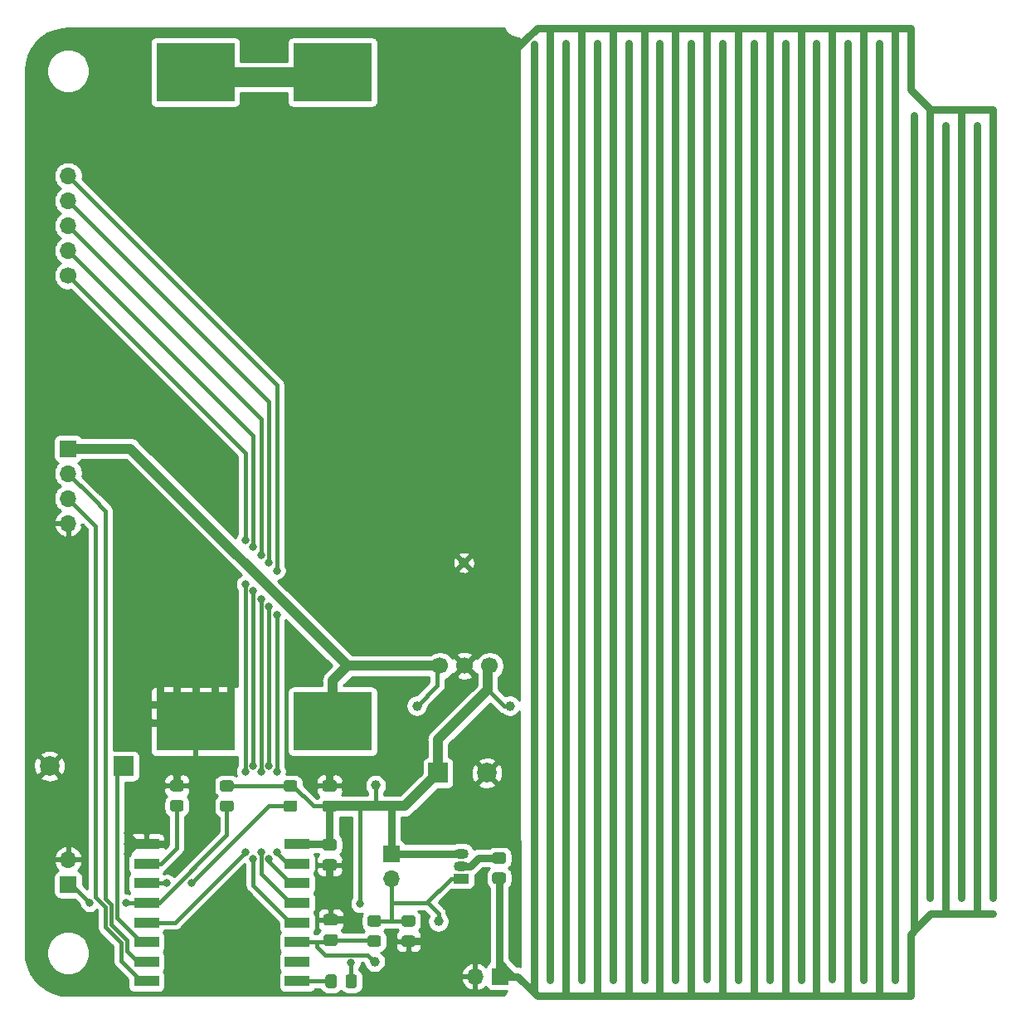
<source format=gbr>
%TF.GenerationSoftware,KiCad,Pcbnew,(5.1.8)-1*%
%TF.CreationDate,2020-11-22T08:19:10+01:00*%
%TF.ProjectId,leaky,6c65616b-792e-46b6-9963-61645f706362,rev?*%
%TF.SameCoordinates,Original*%
%TF.FileFunction,Copper,L1,Top*%
%TF.FilePolarity,Positive*%
%FSLAX46Y46*%
G04 Gerber Fmt 4.6, Leading zero omitted, Abs format (unit mm)*
G04 Created by KiCad (PCBNEW (5.1.8)-1) date 2020-11-22 08:19:10*
%MOMM*%
%LPD*%
G01*
G04 APERTURE LIST*
%TA.AperFunction,ComponentPad*%
%ADD10R,8.000000X6.000000*%
%TD*%
%TA.AperFunction,SMDPad,CuDef*%
%ADD11C,1.000000*%
%TD*%
%TA.AperFunction,ComponentPad*%
%ADD12C,1.700000*%
%TD*%
%TA.AperFunction,SMDPad,CuDef*%
%ADD13R,2.500000X1.100000*%
%TD*%
%TA.AperFunction,ComponentPad*%
%ADD14R,1.700000X1.700000*%
%TD*%
%TA.AperFunction,ComponentPad*%
%ADD15O,1.700000X1.700000*%
%TD*%
%TA.AperFunction,ComponentPad*%
%ADD16R,2.000000X2.000000*%
%TD*%
%TA.AperFunction,ComponentPad*%
%ADD17C,2.000000*%
%TD*%
%TA.AperFunction,ComponentPad*%
%ADD18O,1.500000X1.050000*%
%TD*%
%TA.AperFunction,ComponentPad*%
%ADD19R,1.500000X1.050000*%
%TD*%
%TA.AperFunction,ViaPad*%
%ADD20C,0.800000*%
%TD*%
%TA.AperFunction,ViaPad*%
%ADD21C,1.000000*%
%TD*%
%TA.AperFunction,Conductor*%
%ADD22C,1.000000*%
%TD*%
%TA.AperFunction,Conductor*%
%ADD23C,0.800000*%
%TD*%
%TA.AperFunction,Conductor*%
%ADD24C,0.400000*%
%TD*%
%TA.AperFunction,Conductor*%
%ADD25C,2.000000*%
%TD*%
%TA.AperFunction,Conductor*%
%ADD26C,0.254000*%
%TD*%
%TA.AperFunction,Conductor*%
%ADD27C,0.100000*%
%TD*%
G04 APERTURE END LIST*
D10*
%TO.P,BT1,1*%
%TO.N,VBUS*%
X52000000Y-25150000D03*
X38000000Y-25150000D03*
%TO.P,BT1,2*%
%TO.N,GND*%
X38000000Y-91400000D03*
%TO.P,BT1,1*%
%TO.N,VBUS*%
X52000000Y-91400000D03*
%TD*%
D11*
%TO.P,TP2,1*%
%TO.N,VBUS*%
X60600000Y-89800000D03*
%TD*%
D12*
%TO.P,U1,3*%
%TO.N,VCC*%
X68040000Y-85720000D03*
%TO.P,U1,2*%
%TO.N,GND*%
X65500000Y-85720000D03*
%TO.P,U1,1*%
%TO.N,VBUS*%
X62960000Y-85720000D03*
%TD*%
D13*
%TO.P,U2,16*%
%TO.N,TX*%
X33000000Y-117900000D03*
%TO.P,U2,15*%
%TO.N,RX*%
X33000000Y-115900000D03*
%TO.P,U2,14*%
%TO.N,BUZZER*%
X33000000Y-113900000D03*
%TO.P,U2,13*%
%TO.N,IO4*%
X33000000Y-111900000D03*
%TO.P,U2,12*%
%TO.N,IO0*%
X33000000Y-109900000D03*
%TO.P,U2,11*%
%TO.N,IO2*%
X33000000Y-107900000D03*
%TO.P,U2,10*%
%TO.N,IO15*%
X33000000Y-105900000D03*
%TO.P,U2,9*%
%TO.N,GND*%
X33000000Y-103900000D03*
%TO.P,U2,8*%
%TO.N,VCC*%
X48400000Y-103900000D03*
%TO.P,U2,7*%
%TO.N,IO13*%
X48400000Y-105900000D03*
%TO.P,U2,6*%
%TO.N,IO12*%
X48400000Y-107900000D03*
%TO.P,U2,5*%
%TO.N,IO14*%
X48400000Y-109900000D03*
%TO.P,U2,4*%
%TO.N,IO16*%
X48400000Y-111900000D03*
%TO.P,U2,3*%
%TO.N,EN*%
X48400000Y-113900000D03*
%TO.P,U2,2*%
%TO.N,Net-(U2-Pad2)*%
X48400000Y-115900000D03*
%TO.P,U2,1*%
%TO.N,RST*%
X48400000Y-117900000D03*
%TD*%
%TO.P,C2,2*%
%TO.N,GND*%
%TA.AperFunction,SMDPad,CuDef*%
G36*
G01*
X52175000Y-98550000D02*
X51225000Y-98550000D01*
G75*
G02*
X50975000Y-98300000I0J250000D01*
G01*
X50975000Y-97625000D01*
G75*
G02*
X51225000Y-97375000I250000J0D01*
G01*
X52175000Y-97375000D01*
G75*
G02*
X52425000Y-97625000I0J-250000D01*
G01*
X52425000Y-98300000D01*
G75*
G02*
X52175000Y-98550000I-250000J0D01*
G01*
G37*
%TD.AperFunction*%
%TO.P,C2,1*%
%TO.N,VCC*%
%TA.AperFunction,SMDPad,CuDef*%
G36*
G01*
X52175000Y-100625000D02*
X51225000Y-100625000D01*
G75*
G02*
X50975000Y-100375000I0J250000D01*
G01*
X50975000Y-99700000D01*
G75*
G02*
X51225000Y-99450000I250000J0D01*
G01*
X52175000Y-99450000D01*
G75*
G02*
X52425000Y-99700000I0J-250000D01*
G01*
X52425000Y-100375000D01*
G75*
G02*
X52175000Y-100625000I-250000J0D01*
G01*
G37*
%TD.AperFunction*%
%TD*%
%TO.P,C3,2*%
%TO.N,GND*%
%TA.AperFunction,SMDPad,CuDef*%
G36*
G01*
X52275000Y-112212500D02*
X51325000Y-112212500D01*
G75*
G02*
X51075000Y-111962500I0J250000D01*
G01*
X51075000Y-111287500D01*
G75*
G02*
X51325000Y-111037500I250000J0D01*
G01*
X52275000Y-111037500D01*
G75*
G02*
X52525000Y-111287500I0J-250000D01*
G01*
X52525000Y-111962500D01*
G75*
G02*
X52275000Y-112212500I-250000J0D01*
G01*
G37*
%TD.AperFunction*%
%TO.P,C3,1*%
%TO.N,EN*%
%TA.AperFunction,SMDPad,CuDef*%
G36*
G01*
X52275000Y-114287500D02*
X51325000Y-114287500D01*
G75*
G02*
X51075000Y-114037500I0J250000D01*
G01*
X51075000Y-113362500D01*
G75*
G02*
X51325000Y-113112500I250000J0D01*
G01*
X52275000Y-113112500D01*
G75*
G02*
X52525000Y-113362500I0J-250000D01*
G01*
X52525000Y-114037500D01*
G75*
G02*
X52275000Y-114287500I-250000J0D01*
G01*
G37*
%TD.AperFunction*%
%TD*%
%TO.P,C4,1*%
%TO.N,VCC*%
%TA.AperFunction,SMDPad,CuDef*%
G36*
G01*
X51225000Y-103375000D02*
X52175000Y-103375000D01*
G75*
G02*
X52425000Y-103625000I0J-250000D01*
G01*
X52425000Y-104300000D01*
G75*
G02*
X52175000Y-104550000I-250000J0D01*
G01*
X51225000Y-104550000D01*
G75*
G02*
X50975000Y-104300000I0J250000D01*
G01*
X50975000Y-103625000D01*
G75*
G02*
X51225000Y-103375000I250000J0D01*
G01*
G37*
%TD.AperFunction*%
%TO.P,C4,2*%
%TO.N,GND*%
%TA.AperFunction,SMDPad,CuDef*%
G36*
G01*
X51225000Y-105450000D02*
X52175000Y-105450000D01*
G75*
G02*
X52425000Y-105700000I0J-250000D01*
G01*
X52425000Y-106375000D01*
G75*
G02*
X52175000Y-106625000I-250000J0D01*
G01*
X51225000Y-106625000D01*
G75*
G02*
X50975000Y-106375000I0J250000D01*
G01*
X50975000Y-105700000D01*
G75*
G02*
X51225000Y-105450000I250000J0D01*
G01*
G37*
%TD.AperFunction*%
%TD*%
D14*
%TO.P,J1,1*%
%TO.N,VBUS*%
X25000000Y-63550000D03*
D15*
%TO.P,J1,2*%
%TO.N,RX*%
X25000000Y-66090000D03*
%TO.P,J1,3*%
%TO.N,TX*%
X25000000Y-68630000D03*
%TO.P,J1,4*%
%TO.N,GND*%
X25000000Y-71170000D03*
%TD*%
%TO.P,JP1,2*%
%TO.N,GND*%
X25000000Y-105500000D03*
D14*
%TO.P,JP1,1*%
%TO.N,IO0*%
X25000000Y-108040000D03*
%TD*%
%TO.P,JP2,1*%
%TO.N,VCC*%
X58000000Y-104900000D03*
D15*
%TO.P,JP2,2*%
%TO.N,Net-(JP2-Pad2)*%
X58000000Y-107440000D03*
%TD*%
%TO.P,R1,1*%
%TO.N,Net-(Q1-Pad2)*%
%TA.AperFunction,SMDPad,CuDef*%
G36*
G01*
X68549999Y-104750000D02*
X69450001Y-104750000D01*
G75*
G02*
X69700000Y-104999999I0J-249999D01*
G01*
X69700000Y-105650001D01*
G75*
G02*
X69450001Y-105900000I-249999J0D01*
G01*
X68549999Y-105900000D01*
G75*
G02*
X68300000Y-105650001I0J249999D01*
G01*
X68300000Y-104999999D01*
G75*
G02*
X68549999Y-104750000I249999J0D01*
G01*
G37*
%TD.AperFunction*%
%TO.P,R1,2*%
%TO.N,Net-(R1-Pad2)*%
%TA.AperFunction,SMDPad,CuDef*%
G36*
G01*
X68549999Y-106800000D02*
X69450001Y-106800000D01*
G75*
G02*
X69700000Y-107049999I0J-249999D01*
G01*
X69700000Y-107700001D01*
G75*
G02*
X69450001Y-107950000I-249999J0D01*
G01*
X68549999Y-107950000D01*
G75*
G02*
X68300000Y-107700001I0J249999D01*
G01*
X68300000Y-107049999D01*
G75*
G02*
X68549999Y-106800000I249999J0D01*
G01*
G37*
%TD.AperFunction*%
%TD*%
%TO.P,R2,1*%
%TO.N,Net-(JP2-Pad2)*%
%TA.AperFunction,SMDPad,CuDef*%
G36*
G01*
X59299999Y-111175000D02*
X60200001Y-111175000D01*
G75*
G02*
X60450000Y-111424999I0J-249999D01*
G01*
X60450000Y-112075001D01*
G75*
G02*
X60200001Y-112325000I-249999J0D01*
G01*
X59299999Y-112325000D01*
G75*
G02*
X59050000Y-112075001I0J249999D01*
G01*
X59050000Y-111424999D01*
G75*
G02*
X59299999Y-111175000I249999J0D01*
G01*
G37*
%TD.AperFunction*%
%TO.P,R2,2*%
%TO.N,GND*%
%TA.AperFunction,SMDPad,CuDef*%
G36*
G01*
X59299999Y-113225000D02*
X60200001Y-113225000D01*
G75*
G02*
X60450000Y-113474999I0J-249999D01*
G01*
X60450000Y-114125001D01*
G75*
G02*
X60200001Y-114375000I-249999J0D01*
G01*
X59299999Y-114375000D01*
G75*
G02*
X59050000Y-114125001I0J249999D01*
G01*
X59050000Y-113474999D01*
G75*
G02*
X59299999Y-113225000I249999J0D01*
G01*
G37*
%TD.AperFunction*%
%TD*%
%TO.P,R3,2*%
%TO.N,Net-(JP2-Pad2)*%
%TA.AperFunction,SMDPad,CuDef*%
G36*
G01*
X56700001Y-112325000D02*
X55799999Y-112325000D01*
G75*
G02*
X55550000Y-112075001I0J249999D01*
G01*
X55550000Y-111424999D01*
G75*
G02*
X55799999Y-111175000I249999J0D01*
G01*
X56700001Y-111175000D01*
G75*
G02*
X56950000Y-111424999I0J-249999D01*
G01*
X56950000Y-112075001D01*
G75*
G02*
X56700001Y-112325000I-249999J0D01*
G01*
G37*
%TD.AperFunction*%
%TO.P,R3,1*%
%TO.N,EN*%
%TA.AperFunction,SMDPad,CuDef*%
G36*
G01*
X56700001Y-114375000D02*
X55799999Y-114375000D01*
G75*
G02*
X55550000Y-114125001I0J249999D01*
G01*
X55550000Y-113474999D01*
G75*
G02*
X55799999Y-113225000I249999J0D01*
G01*
X56700001Y-113225000D01*
G75*
G02*
X56950000Y-113474999I0J-249999D01*
G01*
X56950000Y-114125001D01*
G75*
G02*
X56700001Y-114375000I-249999J0D01*
G01*
G37*
%TD.AperFunction*%
%TD*%
%TO.P,R4,2*%
%TO.N,VCC*%
%TA.AperFunction,SMDPad,CuDef*%
G36*
G01*
X53325000Y-118350001D02*
X53325000Y-117449999D01*
G75*
G02*
X53574999Y-117200000I249999J0D01*
G01*
X54225001Y-117200000D01*
G75*
G02*
X54475000Y-117449999I0J-249999D01*
G01*
X54475000Y-118350001D01*
G75*
G02*
X54225001Y-118600000I-249999J0D01*
G01*
X53574999Y-118600000D01*
G75*
G02*
X53325000Y-118350001I0J249999D01*
G01*
G37*
%TD.AperFunction*%
%TO.P,R4,1*%
%TO.N,RST*%
%TA.AperFunction,SMDPad,CuDef*%
G36*
G01*
X51275000Y-118350001D02*
X51275000Y-117449999D01*
G75*
G02*
X51524999Y-117200000I249999J0D01*
G01*
X52175001Y-117200000D01*
G75*
G02*
X52425000Y-117449999I0J-249999D01*
G01*
X52425000Y-118350001D01*
G75*
G02*
X52175001Y-118600000I-249999J0D01*
G01*
X51524999Y-118600000D01*
G75*
G02*
X51275000Y-118350001I0J249999D01*
G01*
G37*
%TD.AperFunction*%
%TD*%
%TO.P,R5,2*%
%TO.N,VCC*%
%TA.AperFunction,SMDPad,CuDef*%
G36*
G01*
X41650001Y-98550000D02*
X40749999Y-98550000D01*
G75*
G02*
X40500000Y-98300001I0J249999D01*
G01*
X40500000Y-97649999D01*
G75*
G02*
X40749999Y-97400000I249999J0D01*
G01*
X41650001Y-97400000D01*
G75*
G02*
X41900000Y-97649999I0J-249999D01*
G01*
X41900000Y-98300001D01*
G75*
G02*
X41650001Y-98550000I-249999J0D01*
G01*
G37*
%TD.AperFunction*%
%TO.P,R5,1*%
%TO.N,IO0*%
%TA.AperFunction,SMDPad,CuDef*%
G36*
G01*
X41650001Y-100600000D02*
X40749999Y-100600000D01*
G75*
G02*
X40500000Y-100350001I0J249999D01*
G01*
X40500000Y-99699999D01*
G75*
G02*
X40749999Y-99450000I249999J0D01*
G01*
X41650001Y-99450000D01*
G75*
G02*
X41900000Y-99699999I0J-249999D01*
G01*
X41900000Y-100350001D01*
G75*
G02*
X41650001Y-100600000I-249999J0D01*
G01*
G37*
%TD.AperFunction*%
%TD*%
%TO.P,R6,1*%
%TO.N,IO2*%
%TA.AperFunction,SMDPad,CuDef*%
G36*
G01*
X48150001Y-100600000D02*
X47249999Y-100600000D01*
G75*
G02*
X47000000Y-100350001I0J249999D01*
G01*
X47000000Y-99699999D01*
G75*
G02*
X47249999Y-99450000I249999J0D01*
G01*
X48150001Y-99450000D01*
G75*
G02*
X48400000Y-99699999I0J-249999D01*
G01*
X48400000Y-100350001D01*
G75*
G02*
X48150001Y-100600000I-249999J0D01*
G01*
G37*
%TD.AperFunction*%
%TO.P,R6,2*%
%TO.N,VCC*%
%TA.AperFunction,SMDPad,CuDef*%
G36*
G01*
X48150001Y-98550000D02*
X47249999Y-98550000D01*
G75*
G02*
X47000000Y-98300001I0J249999D01*
G01*
X47000000Y-97649999D01*
G75*
G02*
X47249999Y-97400000I249999J0D01*
G01*
X48150001Y-97400000D01*
G75*
G02*
X48400000Y-97649999I0J-249999D01*
G01*
X48400000Y-98300001D01*
G75*
G02*
X48150001Y-98550000I-249999J0D01*
G01*
G37*
%TD.AperFunction*%
%TD*%
%TO.P,R7,1*%
%TO.N,IO15*%
%TA.AperFunction,SMDPad,CuDef*%
G36*
G01*
X36550001Y-100575000D02*
X35649999Y-100575000D01*
G75*
G02*
X35400000Y-100325001I0J249999D01*
G01*
X35400000Y-99674999D01*
G75*
G02*
X35649999Y-99425000I249999J0D01*
G01*
X36550001Y-99425000D01*
G75*
G02*
X36800000Y-99674999I0J-249999D01*
G01*
X36800000Y-100325001D01*
G75*
G02*
X36550001Y-100575000I-249999J0D01*
G01*
G37*
%TD.AperFunction*%
%TO.P,R7,2*%
%TO.N,GND*%
%TA.AperFunction,SMDPad,CuDef*%
G36*
G01*
X36550001Y-98525000D02*
X35649999Y-98525000D01*
G75*
G02*
X35400000Y-98275001I0J249999D01*
G01*
X35400000Y-97624999D01*
G75*
G02*
X35649999Y-97375000I249999J0D01*
G01*
X36550001Y-97375000D01*
G75*
G02*
X36800000Y-97624999I0J-249999D01*
G01*
X36800000Y-98275001D01*
G75*
G02*
X36550001Y-98525000I-249999J0D01*
G01*
G37*
%TD.AperFunction*%
%TD*%
D11*
%TO.P,TP1,1*%
%TO.N,GND*%
X65400000Y-75200000D03*
%TD*%
%TO.P,TP3,1*%
%TO.N,Net-(JP2-Pad2)*%
X62800000Y-111800000D03*
%TD*%
%TO.P,TP4,1*%
%TO.N,EN*%
X56300000Y-115900000D03*
%TD*%
%TO.P,TP5,1*%
%TO.N,VCC*%
X56400000Y-97900000D03*
%TD*%
D14*
%TO.P,SW1,1*%
%TO.N,Net-(R1-Pad2)*%
X69100000Y-117400000D03*
D15*
%TO.P,SW1,2*%
%TO.N,GND*%
X66560000Y-117400000D03*
%TD*%
D16*
%TO.P,BZ1,1*%
%TO.N,BUZZER*%
X30700000Y-95950000D03*
D17*
%TO.P,BZ1,2*%
%TO.N,GND*%
X23100000Y-95950000D03*
%TD*%
D12*
%TO.P,J2,1*%
%TO.N,IO4*%
X25000000Y-45900000D03*
D15*
%TO.P,J2,2*%
%TO.N,IO16*%
X25000000Y-43360000D03*
%TO.P,J2,3*%
%TO.N,IO14*%
X25000000Y-40820000D03*
%TO.P,J2,4*%
%TO.N,IO12*%
X25000000Y-38280000D03*
%TO.P,J2,5*%
%TO.N,IO13*%
X25000000Y-35740000D03*
%TD*%
D16*
%TO.P,C1,1*%
%TO.N,VCC*%
X62750000Y-96650000D03*
D17*
%TO.P,C1,2*%
%TO.N,GND*%
X67750000Y-96650000D03*
%TD*%
D18*
%TO.P,Q1,2*%
%TO.N,Net-(Q1-Pad2)*%
X65150000Y-106150000D03*
%TO.P,Q1,3*%
%TO.N,VCC*%
X65150000Y-104880000D03*
D19*
%TO.P,Q1,1*%
%TO.N,Net-(JP2-Pad2)*%
X65150000Y-107420000D03*
%TD*%
D11*
%TO.P,TP6,1*%
%TO.N,VCC*%
X70100000Y-89800000D03*
%TD*%
D20*
%TO.N,VCC*%
X53900000Y-116000000D03*
X54800000Y-110000000D03*
%TO.N,GND*%
X31100022Y-103900000D03*
X31100000Y-102800000D03*
X31100000Y-104900000D03*
X34900000Y-103900000D03*
D21*
X34400000Y-87200000D03*
X38000000Y-87200000D03*
X41600000Y-87200000D03*
X36100000Y-87200000D03*
X40000000Y-87200000D03*
X32900000Y-89700000D03*
X32900000Y-91500000D03*
D20*
X51700000Y-107400000D03*
X53300000Y-111600000D03*
X61300000Y-113800000D03*
X36100000Y-96300000D03*
X51700000Y-96300000D03*
D21*
X69300000Y-22600000D03*
X61300000Y-75200000D03*
X69700000Y-75200000D03*
X61300000Y-117400000D03*
X51600000Y-32400000D03*
X39100000Y-32400000D03*
X25900000Y-32200000D03*
X25900000Y-87100000D03*
X51500000Y-75200000D03*
X61300000Y-22600000D03*
X39300000Y-75200000D03*
X62800000Y-102600000D03*
X64400000Y-83800000D03*
X66500000Y-83800000D03*
X51500000Y-54400000D03*
X63400000Y-89800000D03*
X67300000Y-111800000D03*
X59000000Y-92800000D03*
X49100000Y-85300000D03*
X25900000Y-54300000D03*
X29300000Y-117700000D03*
X69200000Y-32400000D03*
X25900000Y-102900000D03*
D20*
%TO.N,IO4*%
X43100000Y-104700000D03*
X43100000Y-96500000D03*
X43100000Y-77400000D03*
X43100000Y-72900000D03*
%TO.N,IO16*%
X43900000Y-78100000D03*
X43900000Y-105400000D03*
X43900000Y-95900000D03*
X43900000Y-73600000D03*
%TO.N,IO14*%
X44700000Y-78900000D03*
X44700000Y-104700000D03*
X44700000Y-96500000D03*
X44700000Y-74400000D03*
%TO.N,IO12*%
X45500000Y-105400000D03*
X45500000Y-95900000D03*
X45500000Y-79700000D03*
X45500000Y-75200000D03*
%TO.N,IO13*%
X46300000Y-80500000D03*
X46300000Y-104700000D03*
X46300000Y-96500000D03*
X46300000Y-76000000D03*
%TO.N,IO0*%
X27200000Y-109900000D03*
X30900000Y-109900000D03*
%TO.N,IO2*%
X35100000Y-107900000D03*
X37600000Y-107900000D03*
%TD*%
D22*
%TO.N,VCC*%
X67840000Y-85720000D02*
X67840000Y-88160000D01*
X67840000Y-88160000D02*
X62750000Y-93250000D01*
X62750000Y-93250000D02*
X62750000Y-96650000D01*
X59362500Y-100037500D02*
X62750000Y-96650000D01*
D23*
X51700000Y-100037500D02*
X51700000Y-103962500D01*
X51637500Y-103900000D02*
X51700000Y-103962500D01*
X47700000Y-103900000D02*
X51637500Y-103900000D01*
X51687500Y-100025000D02*
X51700000Y-100037500D01*
D24*
X56400000Y-99900000D02*
X56537500Y-100037500D01*
X56400000Y-97900000D02*
X56400000Y-99900000D01*
X41200000Y-97975000D02*
X47700000Y-97975000D01*
X50037500Y-100037500D02*
X51700000Y-100037500D01*
X47975000Y-97975000D02*
X50037500Y-100037500D01*
X47700000Y-97975000D02*
X47975000Y-97975000D01*
X67900000Y-85660000D02*
X67840000Y-85720000D01*
D23*
X58000000Y-100075000D02*
X57962500Y-100037500D01*
X58000000Y-104900000D02*
X58000000Y-100075000D01*
D22*
X57962500Y-100037500D02*
X59362500Y-100037500D01*
X56537500Y-100037500D02*
X57962500Y-100037500D01*
D23*
X58020000Y-104880000D02*
X58000000Y-104900000D01*
X65150000Y-104880000D02*
X58020000Y-104880000D01*
D24*
X53900000Y-117900000D02*
X53900000Y-116000000D01*
D22*
X54962500Y-100037500D02*
X56537500Y-100037500D01*
X51700000Y-100037500D02*
X54962500Y-100037500D01*
D24*
X54800000Y-100200000D02*
X54962500Y-100037500D01*
X54800000Y-110000000D02*
X54800000Y-100200000D01*
X67860000Y-88160000D02*
X67840000Y-88160000D01*
X67860000Y-88160000D02*
X69500000Y-89800000D01*
X69500000Y-89800000D02*
X70100000Y-89800000D01*
%TO.N,GND*%
X33700000Y-103900000D02*
X31100022Y-103900000D01*
X33700000Y-103900000D02*
X33200000Y-103900000D01*
X31100000Y-102800000D02*
X31700000Y-103400000D01*
X32200000Y-103900000D02*
X31700000Y-103400000D01*
X33700000Y-103900000D02*
X32200000Y-103900000D01*
X31100000Y-104900000D02*
X31700000Y-104300000D01*
X31700000Y-104300000D02*
X31700000Y-103400000D01*
X33700000Y-103900000D02*
X35000000Y-103900000D01*
D23*
X40100000Y-88800000D02*
X38000000Y-90900000D01*
X35900000Y-88800000D02*
X38000000Y-90900000D01*
X34400000Y-87200000D02*
X34400000Y-87300000D01*
X38000000Y-87200000D02*
X38000000Y-90900000D01*
X40000000Y-88900000D02*
X38000000Y-90900000D01*
X40000000Y-87200000D02*
X40000000Y-88900000D01*
X41600000Y-87200000D02*
X41600000Y-90500000D01*
X34400000Y-87200000D02*
X34400000Y-89700000D01*
X36100000Y-89000000D02*
X38000000Y-90900000D01*
X36100000Y-87200000D02*
X36100000Y-89000000D01*
X36800000Y-89700000D02*
X38000000Y-90900000D01*
X32900000Y-89700000D02*
X36800000Y-89700000D01*
X37400000Y-91500000D02*
X38000000Y-90900000D01*
X32900000Y-91500000D02*
X37400000Y-91500000D01*
X51700000Y-107400000D02*
X51700000Y-106037500D01*
X51825000Y-111600000D02*
X51800000Y-111625000D01*
X53300000Y-111600000D02*
X51825000Y-111600000D01*
X61300000Y-113800000D02*
X59750000Y-113800000D01*
X110999999Y-26920001D02*
X113079998Y-29000000D01*
X111000000Y-20625010D02*
X110999999Y-26920001D01*
X118400000Y-29000000D02*
X119374990Y-29000000D01*
X119374990Y-29000000D02*
X119374990Y-109399990D01*
X113079998Y-29000000D02*
X116200000Y-29000000D01*
X116200000Y-29000000D02*
X118400000Y-29000000D01*
X116149990Y-29050010D02*
X116200000Y-29000000D01*
X116149990Y-33100000D02*
X116149990Y-29050010D01*
X116149990Y-33100000D02*
X116149990Y-109399990D01*
X112949970Y-29130028D02*
X113079998Y-29000000D01*
X112949970Y-32800000D02*
X112949970Y-29130028D01*
X112949970Y-32800000D02*
X112949970Y-109399990D01*
X70350000Y-22600000D02*
X70850000Y-22600000D01*
X109874990Y-20625010D02*
X111000000Y-20625010D01*
X105025010Y-20625010D02*
X107137235Y-20625010D01*
X106199970Y-21562275D02*
X106199970Y-25000000D01*
X106199970Y-25000000D02*
X106199970Y-117774980D01*
X106199970Y-21562275D02*
X106199970Y-21000030D01*
X103000000Y-21216164D02*
X103000000Y-20625010D01*
X103000000Y-117700000D02*
X103000000Y-21216164D01*
X99874990Y-20625010D02*
X105025010Y-20625010D01*
X99800000Y-20700000D02*
X99874990Y-20625010D01*
X99800000Y-22300000D02*
X99800000Y-20700000D01*
X99800000Y-117750000D02*
X99800000Y-22350000D01*
X99800000Y-22300000D02*
X99800000Y-21216164D01*
X96600000Y-20900000D02*
X96325010Y-20625010D01*
X96600000Y-117750000D02*
X96600000Y-20900000D01*
X96325010Y-20625010D02*
X99874990Y-20625010D01*
X83800000Y-117750000D02*
X83800000Y-20900000D01*
X93399970Y-25000000D02*
X93399970Y-117774980D01*
X93399970Y-25000000D02*
X93399970Y-21000030D01*
X87000000Y-20900000D02*
X87274990Y-20625010D01*
X87000000Y-117750000D02*
X87000000Y-20900000D01*
X72874990Y-20625010D02*
X87274990Y-20625010D01*
X90200000Y-20700000D02*
X90274990Y-20625010D01*
X90200000Y-21900000D02*
X90200000Y-20700000D01*
X90274990Y-20625010D02*
X96325010Y-20625010D01*
X87274990Y-20625010D02*
X90274990Y-20625010D01*
X90200000Y-117700000D02*
X90200000Y-21900000D01*
X90200000Y-21900000D02*
X90200000Y-21216164D01*
X105025010Y-20625010D02*
X109874990Y-20625010D01*
X109200000Y-20625010D02*
X109874990Y-20625010D01*
X109399990Y-20825000D02*
X109200000Y-20625010D01*
X109399990Y-117774980D02*
X109399990Y-20825000D01*
X77400000Y-117750000D02*
X77400000Y-20900000D01*
X80600000Y-117750000D02*
X80600000Y-20900000D01*
X74200000Y-117750000D02*
X74200000Y-20900000D01*
X70900000Y-22600000D02*
X71650000Y-21850000D01*
X71650000Y-21850000D02*
X72874990Y-20625010D01*
X69150000Y-22600000D02*
X70350000Y-22600000D01*
X51700000Y-96300000D02*
X51700000Y-97962500D01*
X36100000Y-96300000D02*
X36100000Y-97950000D01*
X31100000Y-102800000D02*
X31100000Y-104900000D01*
X33700000Y-103900000D02*
X34900000Y-103900000D01*
D24*
%TO.N,EN*%
X51600000Y-113900000D02*
X51800000Y-113700000D01*
X56150000Y-113700000D02*
X56250000Y-113800000D01*
X51800000Y-113700000D02*
X56150000Y-113700000D01*
X47700000Y-113900000D02*
X50400000Y-113900000D01*
X50400000Y-113900000D02*
X51600000Y-113900000D01*
X50400000Y-114400000D02*
X50400000Y-113900000D01*
X51200000Y-115200000D02*
X50400000Y-114400000D01*
X55599999Y-115199999D02*
X51200000Y-115200000D01*
X56300000Y-115900000D02*
X55599999Y-115199999D01*
D25*
%TO.N,VBUS*%
X38000000Y-25650000D02*
X52000000Y-25650000D01*
D22*
X53530000Y-85720000D02*
X62760000Y-85720000D01*
X31360000Y-63550000D02*
X53530000Y-85720000D01*
X31360000Y-63550000D02*
X25000000Y-63550000D01*
X52000000Y-87250000D02*
X53530000Y-85720000D01*
X52000000Y-90900000D02*
X52000000Y-87250000D01*
D24*
X60600000Y-89800000D02*
X62700000Y-87700000D01*
X62700000Y-85780000D02*
X62760000Y-85720000D01*
X62700000Y-87700000D02*
X62700000Y-85780000D01*
%TO.N,RX*%
X32479998Y-115900000D02*
X33700000Y-115900000D01*
X27500000Y-68590000D02*
X25000000Y-66090000D01*
X28800000Y-69900000D02*
X27500000Y-68600000D01*
X28800000Y-109451458D02*
X28800000Y-69900000D01*
X27500000Y-68600000D02*
X27500000Y-68590000D01*
X29399989Y-110051447D02*
X28800000Y-109451458D01*
X29399989Y-112099989D02*
X29399989Y-110051447D01*
X31000000Y-113700000D02*
X29399989Y-112099989D01*
X31000000Y-114800000D02*
X31000000Y-113700000D01*
X32100000Y-115900000D02*
X31000000Y-114800000D01*
X33700000Y-115900000D02*
X32100000Y-115900000D01*
%TO.N,TX*%
X32479998Y-117900000D02*
X33700000Y-117900000D01*
X27800000Y-109300000D02*
X28799980Y-110299980D01*
X27800000Y-71430000D02*
X27800000Y-109300000D01*
X25000000Y-68630000D02*
X27800000Y-71430000D01*
X28799980Y-110299980D02*
X28799980Y-112399980D01*
X30399990Y-115800010D02*
X30389999Y-115810001D01*
X30399990Y-113999990D02*
X30399990Y-115800010D01*
X28799980Y-112399980D02*
X30399990Y-113999990D01*
X30389999Y-115810001D02*
X32479998Y-117900000D01*
%TO.N,IO4*%
X33700000Y-111900000D02*
X35900000Y-111900000D01*
X35900000Y-111900000D02*
X43100000Y-104700000D01*
X43100000Y-104700000D02*
X43200000Y-104600000D01*
X43100000Y-96500000D02*
X43100000Y-77600000D01*
X43100000Y-64000000D02*
X25000000Y-45900000D01*
X43100000Y-72900000D02*
X43100000Y-64000000D01*
%TO.N,IO16*%
X47700000Y-111900000D02*
X43900000Y-108100000D01*
X43900000Y-105400000D02*
X43900000Y-108100000D01*
X43900000Y-95900000D02*
X43900000Y-78200000D01*
X43900000Y-62260000D02*
X25000000Y-43360000D01*
X43900000Y-73600000D02*
X43900000Y-62260000D01*
%TO.N,IO14*%
X47700000Y-109900000D02*
X44700000Y-106900000D01*
X44700000Y-106900000D02*
X44700000Y-104900000D01*
X44700000Y-96500000D02*
X44700000Y-79000000D01*
X44700000Y-73834315D02*
X44700000Y-74400000D01*
X44700001Y-60520001D02*
X44700000Y-73834315D01*
X25000000Y-40820000D02*
X44700001Y-60520001D01*
%TO.N,IO12*%
X47700000Y-107900000D02*
X47600000Y-107900000D01*
X47700000Y-107900000D02*
X45500000Y-105700000D01*
X45500000Y-95900000D02*
X45500000Y-79900000D01*
X45500000Y-74634315D02*
X45500000Y-75200000D01*
X45500001Y-58780001D02*
X45500000Y-74634315D01*
X25000000Y-38280000D02*
X45500001Y-58780001D01*
%TO.N,IO13*%
X47700000Y-105900000D02*
X47400000Y-105900000D01*
X47400000Y-105900000D02*
X46300000Y-104800000D01*
X46300000Y-96500000D02*
X46300000Y-80600000D01*
X46300000Y-57040002D02*
X46300000Y-76000000D01*
X25000000Y-35740000D02*
X46300000Y-57040002D01*
%TO.N,IO0*%
X25000000Y-108040000D02*
X25340000Y-108040000D01*
X25340000Y-108040000D02*
X27200000Y-109900000D01*
X30900000Y-109900000D02*
X33700000Y-109900000D01*
X41200000Y-100025000D02*
X41200000Y-102984002D01*
X34284002Y-109900000D02*
X41200000Y-102984002D01*
X33700000Y-109900000D02*
X34284002Y-109900000D01*
%TO.N,Net-(JP2-Pad2)*%
X58000000Y-107440000D02*
X58000000Y-111600000D01*
X57850000Y-111750000D02*
X59750000Y-111750000D01*
X58000000Y-111600000D02*
X57850000Y-111750000D01*
X56250000Y-111750000D02*
X57850000Y-111750000D01*
X65150000Y-107420000D02*
X64080000Y-107420000D01*
X64080000Y-107420000D02*
X61600000Y-109900000D01*
X61600000Y-109900000D02*
X58200000Y-109900000D01*
X62800000Y-111800000D02*
X62800000Y-111000000D01*
X61700000Y-109900000D02*
X61600000Y-109900000D01*
X62800000Y-111000000D02*
X61700000Y-109900000D01*
D23*
%TO.N,Net-(Q1-Pad2)*%
X66050000Y-106150000D02*
X65150000Y-106150000D01*
X66875000Y-105325000D02*
X66050000Y-106150000D01*
X69000000Y-105325000D02*
X66875000Y-105325000D01*
D24*
%TO.N,RST*%
X47700000Y-117900000D02*
X51850000Y-117900000D01*
%TO.N,IO2*%
X47700000Y-100025000D02*
X45475000Y-100025000D01*
X45475000Y-100025000D02*
X37600000Y-107900000D01*
X33700000Y-107900000D02*
X35100000Y-107900000D01*
%TO.N,IO15*%
X34500000Y-105900000D02*
X33700000Y-105900000D01*
X36100000Y-104300000D02*
X34500000Y-105900000D01*
X36100000Y-100000000D02*
X36100000Y-104300000D01*
%TO.N,BUZZER*%
X30700000Y-95950000D02*
X30700000Y-96000000D01*
X32479998Y-113900000D02*
X33700000Y-113900000D01*
X32479998Y-113900000D02*
X30500000Y-111920002D01*
X30500000Y-96150000D02*
X30700000Y-95950000D01*
X30500000Y-111920002D02*
X30500000Y-111900000D01*
X30500000Y-111900000D02*
X30000000Y-111400000D01*
X30000000Y-96650000D02*
X30700000Y-95950000D01*
X30000000Y-111400000D02*
X30000000Y-96650000D01*
D23*
%TO.N,Net-(R1-Pad2)*%
X111000000Y-119374990D02*
X110999999Y-113079999D01*
X117750000Y-111000000D02*
X117750000Y-31250000D01*
X117550000Y-111000000D02*
X119374990Y-111000000D01*
X117750000Y-31250000D02*
X117750000Y-30600010D01*
X114900000Y-111000000D02*
X117550000Y-111000000D01*
X114549980Y-110950020D02*
X114500000Y-111000000D01*
X114549980Y-30600010D02*
X114549980Y-110950020D01*
X114500000Y-111000000D02*
X114900000Y-111000000D01*
X113079998Y-111000000D02*
X114500000Y-111000000D01*
X110999999Y-113079999D02*
X111814999Y-112264999D01*
X111814999Y-112264999D02*
X113079998Y-111000000D01*
X111349960Y-110062735D02*
X111349960Y-106550000D01*
X111349960Y-110062735D02*
X111349960Y-112639999D01*
X111349960Y-106550000D02*
X111349960Y-33462745D01*
X111349960Y-33462745D02*
X111349960Y-29532716D01*
X107474990Y-119374990D02*
X111000000Y-119374990D01*
X107799980Y-22225020D02*
X107799980Y-119000000D01*
X104325010Y-119374990D02*
X107474990Y-119374990D01*
X104600000Y-23100000D02*
X104600000Y-22200000D01*
X104600000Y-22325020D02*
X104600000Y-23100000D01*
X104600000Y-23100000D02*
X104600000Y-119100000D01*
X69000000Y-117300000D02*
X69100000Y-117400000D01*
X94999980Y-22225020D02*
X94999980Y-119000000D01*
X101400000Y-119249980D02*
X101274990Y-119374990D01*
X101274990Y-119374990D02*
X104325010Y-119374990D01*
X101400000Y-22200000D02*
X101400000Y-118100000D01*
X101400000Y-118100000D02*
X101400000Y-119249980D01*
X101400000Y-118100000D02*
X101400000Y-118974980D01*
X98200000Y-119349980D02*
X98174990Y-119374990D01*
X98200000Y-117900000D02*
X98200000Y-119349980D01*
X98200000Y-22200000D02*
X98200000Y-117900000D01*
X98174990Y-119374990D02*
X101274990Y-119374990D01*
X98200000Y-117900000D02*
X98200000Y-118974980D01*
X91800000Y-119349980D02*
X91825010Y-119374990D01*
X91800000Y-117900000D02*
X91800000Y-119349980D01*
X91825010Y-119374990D02*
X98174990Y-119374990D01*
X91800000Y-23100000D02*
X91800000Y-117900000D01*
X91800000Y-117900000D02*
X91800000Y-119100000D01*
X88674990Y-119374990D02*
X91825010Y-119374990D01*
X88600000Y-118100000D02*
X88600000Y-118974980D01*
X88600000Y-119300000D02*
X88674990Y-119374990D01*
X88600000Y-118100000D02*
X88600000Y-119300000D01*
X88600000Y-119300000D02*
X88600000Y-117500000D01*
X88600000Y-117500000D02*
X88600000Y-118100000D01*
X88600000Y-22200000D02*
X88600000Y-117500000D01*
X72874990Y-119374990D02*
X85374990Y-119374990D01*
X85374990Y-119374990D02*
X88674990Y-119374990D01*
X85400000Y-118300000D02*
X85400000Y-119374990D01*
X85400000Y-22200000D02*
X85400000Y-118300000D01*
X82200000Y-118100000D02*
X82200000Y-118974980D01*
X82200000Y-118100000D02*
X82200000Y-119300000D01*
X79000000Y-118300000D02*
X79000000Y-119374990D01*
X79000000Y-22200000D02*
X79000000Y-118300000D01*
X82200000Y-117500000D02*
X82200000Y-118100000D01*
X82200000Y-22200000D02*
X82200000Y-117500000D01*
X82200000Y-119300000D02*
X82200000Y-117500000D01*
X75800000Y-118100000D02*
X75800000Y-118974980D01*
X75800000Y-118100000D02*
X75800000Y-119300000D01*
X75800000Y-117500000D02*
X75800000Y-118100000D01*
X75800000Y-22200000D02*
X75800000Y-117500000D01*
X75800000Y-119300000D02*
X75800000Y-117500000D01*
X72600000Y-118700000D02*
X72400000Y-118900000D01*
X72400000Y-118900000D02*
X72874990Y-119374990D01*
X70900000Y-117400000D02*
X72400000Y-118900000D01*
X72600000Y-23700000D02*
X72600000Y-25200000D01*
X72600000Y-23700000D02*
X72600000Y-118700000D01*
X72600000Y-23700000D02*
X72600000Y-22314226D01*
X91800000Y-23100000D02*
X91800000Y-22200000D01*
X69000000Y-116000000D02*
X70400000Y-117400000D01*
X70400000Y-117400000D02*
X70900000Y-117400000D01*
X69100000Y-117400000D02*
X70400000Y-117400000D01*
X69000000Y-107375000D02*
X69000000Y-116000000D01*
X69000000Y-116000000D02*
X69000000Y-117300000D01*
%TD*%
D26*
%TO.N,GND*%
X69498120Y-20703794D02*
X69502503Y-20711900D01*
X69596525Y-20882925D01*
X69630308Y-20932264D01*
X69663423Y-20982106D01*
X69669297Y-20989206D01*
X69794747Y-21138712D01*
X69837477Y-21180557D01*
X69879638Y-21223013D01*
X69886780Y-21228837D01*
X70038879Y-21351128D01*
X70088941Y-21383887D01*
X70138523Y-21417331D01*
X70146660Y-21421657D01*
X70146663Y-21421659D01*
X70146667Y-21421660D01*
X70319615Y-21512077D01*
X70375053Y-21534475D01*
X70430228Y-21557669D01*
X70439050Y-21560332D01*
X70626275Y-21615435D01*
X70684983Y-21626633D01*
X70743628Y-21638672D01*
X70752799Y-21639570D01*
X70947161Y-21657259D01*
X71006943Y-21656842D01*
X71024945Y-21656968D01*
X71092128Y-89241878D01*
X70981612Y-89076480D01*
X70823520Y-88918388D01*
X70637624Y-88794176D01*
X70431067Y-88708617D01*
X70211788Y-88665000D01*
X69988212Y-88665000D01*
X69768933Y-88708617D01*
X69642044Y-88761176D01*
X68975000Y-88094133D01*
X68975000Y-86881247D01*
X68986632Y-86873475D01*
X69193475Y-86666632D01*
X69355990Y-86423411D01*
X69467932Y-86153158D01*
X69525000Y-85866260D01*
X69525000Y-85573740D01*
X69467932Y-85286842D01*
X69355990Y-85016589D01*
X69193475Y-84773368D01*
X68986632Y-84566525D01*
X68743411Y-84404010D01*
X68473158Y-84292068D01*
X68186260Y-84235000D01*
X67893740Y-84235000D01*
X67606842Y-84292068D01*
X67336589Y-84404010D01*
X67093368Y-84566525D01*
X66886525Y-84773368D01*
X66770689Y-84946729D01*
X66528397Y-84871208D01*
X65679605Y-85720000D01*
X66528397Y-86568792D01*
X66705000Y-86513746D01*
X66705001Y-87689867D01*
X61986865Y-92408004D01*
X61943551Y-92443551D01*
X61801716Y-92616377D01*
X61696325Y-92813553D01*
X61696324Y-92813554D01*
X61631423Y-93027502D01*
X61609509Y-93250000D01*
X61615000Y-93305752D01*
X61615001Y-95027378D01*
X61505820Y-95060498D01*
X61395506Y-95119463D01*
X61298815Y-95198815D01*
X61219463Y-95295506D01*
X61160498Y-95405820D01*
X61124188Y-95525518D01*
X61111928Y-95650000D01*
X61111928Y-96682940D01*
X58892369Y-98902500D01*
X57235000Y-98902500D01*
X57235000Y-98670132D01*
X57281612Y-98623520D01*
X57405824Y-98437624D01*
X57491383Y-98231067D01*
X57535000Y-98011788D01*
X57535000Y-97788212D01*
X57491383Y-97568933D01*
X57405824Y-97362376D01*
X57281612Y-97176480D01*
X57123520Y-97018388D01*
X56937624Y-96894176D01*
X56731067Y-96808617D01*
X56511788Y-96765000D01*
X56288212Y-96765000D01*
X56068933Y-96808617D01*
X55862376Y-96894176D01*
X55676480Y-97018388D01*
X55518388Y-97176480D01*
X55394176Y-97362376D01*
X55308617Y-97568933D01*
X55265000Y-97788212D01*
X55265000Y-98011788D01*
X55308617Y-98231067D01*
X55394176Y-98437624D01*
X55518388Y-98623520D01*
X55565000Y-98670132D01*
X55565001Y-98902500D01*
X52956603Y-98902500D01*
X53014502Y-98794180D01*
X53050812Y-98674482D01*
X53063072Y-98550000D01*
X53060000Y-98248250D01*
X52901250Y-98089500D01*
X51827000Y-98089500D01*
X51827000Y-98109500D01*
X51573000Y-98109500D01*
X51573000Y-98089500D01*
X50498750Y-98089500D01*
X50340000Y-98248250D01*
X50336928Y-98550000D01*
X50349188Y-98674482D01*
X50385498Y-98794180D01*
X50444463Y-98904494D01*
X50523815Y-99001185D01*
X50603594Y-99066658D01*
X50597038Y-99072038D01*
X50489971Y-99202500D01*
X50383368Y-99202500D01*
X49038072Y-97857205D01*
X49038072Y-97649999D01*
X49021008Y-97476745D01*
X48990145Y-97375000D01*
X50336928Y-97375000D01*
X50340000Y-97676750D01*
X50498750Y-97835500D01*
X51573000Y-97835500D01*
X51573000Y-96898750D01*
X51827000Y-96898750D01*
X51827000Y-97835500D01*
X52901250Y-97835500D01*
X53060000Y-97676750D01*
X53063072Y-97375000D01*
X53050812Y-97250518D01*
X53014502Y-97130820D01*
X52955537Y-97020506D01*
X52876185Y-96923815D01*
X52779494Y-96844463D01*
X52669180Y-96785498D01*
X52549482Y-96749188D01*
X52425000Y-96736928D01*
X51985750Y-96740000D01*
X51827000Y-96898750D01*
X51573000Y-96898750D01*
X51414250Y-96740000D01*
X50975000Y-96736928D01*
X50850518Y-96749188D01*
X50730820Y-96785498D01*
X50620506Y-96844463D01*
X50523815Y-96923815D01*
X50444463Y-97020506D01*
X50385498Y-97130820D01*
X50349188Y-97250518D01*
X50336928Y-97375000D01*
X48990145Y-97375000D01*
X48970472Y-97310149D01*
X48888405Y-97156613D01*
X48777962Y-97022038D01*
X48643387Y-96911595D01*
X48489851Y-96829528D01*
X48323255Y-96778992D01*
X48150001Y-96761928D01*
X47303176Y-96761928D01*
X47335000Y-96601939D01*
X47335000Y-96398061D01*
X47295226Y-96198102D01*
X47217205Y-96009744D01*
X47135000Y-95886715D01*
X47135000Y-81113285D01*
X47208360Y-81003493D01*
X51924868Y-85720001D01*
X51236860Y-86408009D01*
X51193552Y-86443551D01*
X51051717Y-86616377D01*
X50995384Y-86721770D01*
X50946324Y-86813554D01*
X50881423Y-87027502D01*
X50859509Y-87250000D01*
X50865001Y-87305761D01*
X50865001Y-87761928D01*
X48000000Y-87761928D01*
X47875518Y-87774188D01*
X47755820Y-87810498D01*
X47645506Y-87869463D01*
X47548815Y-87948815D01*
X47469463Y-88045506D01*
X47410498Y-88155820D01*
X47374188Y-88275518D01*
X47361928Y-88400000D01*
X47361928Y-94400000D01*
X47374188Y-94524482D01*
X47410498Y-94644180D01*
X47469463Y-94754494D01*
X47548815Y-94851185D01*
X47645506Y-94930537D01*
X47755820Y-94989502D01*
X47875518Y-95025812D01*
X48000000Y-95038072D01*
X56000000Y-95038072D01*
X56124482Y-95025812D01*
X56244180Y-94989502D01*
X56354494Y-94930537D01*
X56451185Y-94851185D01*
X56530537Y-94754494D01*
X56589502Y-94644180D01*
X56625812Y-94524482D01*
X56638072Y-94400000D01*
X56638072Y-88400000D01*
X56625812Y-88275518D01*
X56589502Y-88155820D01*
X56530537Y-88045506D01*
X56451185Y-87948815D01*
X56354494Y-87869463D01*
X56244180Y-87810498D01*
X56124482Y-87774188D01*
X56000000Y-87761928D01*
X53135000Y-87761928D01*
X53135000Y-87720131D01*
X54000132Y-86855000D01*
X61865000Y-86855000D01*
X61865000Y-87354132D01*
X60554133Y-88665000D01*
X60488212Y-88665000D01*
X60268933Y-88708617D01*
X60062376Y-88794176D01*
X59876480Y-88918388D01*
X59718388Y-89076480D01*
X59594176Y-89262376D01*
X59508617Y-89468933D01*
X59465000Y-89688212D01*
X59465000Y-89911788D01*
X59508617Y-90131067D01*
X59594176Y-90337624D01*
X59718388Y-90523520D01*
X59876480Y-90681612D01*
X60062376Y-90805824D01*
X60268933Y-90891383D01*
X60488212Y-90935000D01*
X60711788Y-90935000D01*
X60931067Y-90891383D01*
X61137624Y-90805824D01*
X61323520Y-90681612D01*
X61481612Y-90523520D01*
X61605824Y-90337624D01*
X61691383Y-90131067D01*
X61735000Y-89911788D01*
X61735000Y-89845867D01*
X63261428Y-88319440D01*
X63293291Y-88293291D01*
X63397636Y-88166146D01*
X63475172Y-88021087D01*
X63522918Y-87863689D01*
X63535000Y-87741019D01*
X63535000Y-87741009D01*
X63539039Y-87700001D01*
X63535000Y-87658993D01*
X63535000Y-87089179D01*
X63663411Y-87035990D01*
X63906632Y-86873475D01*
X64031710Y-86748397D01*
X64651208Y-86748397D01*
X64728843Y-86997472D01*
X64992883Y-87123371D01*
X65276411Y-87195339D01*
X65568531Y-87210611D01*
X65858019Y-87168599D01*
X66133747Y-87070919D01*
X66271157Y-86997472D01*
X66348792Y-86748397D01*
X65500000Y-85899605D01*
X64651208Y-86748397D01*
X64031710Y-86748397D01*
X64113475Y-86666632D01*
X64229311Y-86493271D01*
X64471603Y-86568792D01*
X65320395Y-85720000D01*
X64471603Y-84871208D01*
X64229311Y-84946729D01*
X64113475Y-84773368D01*
X64031710Y-84691603D01*
X64651208Y-84691603D01*
X65500000Y-85540395D01*
X66348792Y-84691603D01*
X66271157Y-84442528D01*
X66007117Y-84316629D01*
X65723589Y-84244661D01*
X65431469Y-84229389D01*
X65141981Y-84271401D01*
X64866253Y-84369081D01*
X64728843Y-84442528D01*
X64651208Y-84691603D01*
X64031710Y-84691603D01*
X63906632Y-84566525D01*
X63663411Y-84404010D01*
X63393158Y-84292068D01*
X63106260Y-84235000D01*
X62813740Y-84235000D01*
X62526842Y-84292068D01*
X62256589Y-84404010D01*
X62013368Y-84566525D01*
X61994893Y-84585000D01*
X54000133Y-84585000D01*
X46442137Y-77027004D01*
X46601898Y-76995226D01*
X46790256Y-76917205D01*
X46959774Y-76803937D01*
X47103937Y-76659774D01*
X47217205Y-76490256D01*
X47295226Y-76301898D01*
X47335000Y-76101939D01*
X47335000Y-75978166D01*
X64801439Y-75978166D01*
X64836550Y-76191588D01*
X65040826Y-76282458D01*
X65258905Y-76331731D01*
X65482406Y-76337511D01*
X65702740Y-76299577D01*
X65911440Y-76219387D01*
X65963450Y-76191588D01*
X65998561Y-75978166D01*
X65400000Y-75379605D01*
X64801439Y-75978166D01*
X47335000Y-75978166D01*
X47335000Y-75898061D01*
X47295226Y-75698102D01*
X47217205Y-75509744D01*
X47135000Y-75386715D01*
X47135000Y-75282406D01*
X64262489Y-75282406D01*
X64300423Y-75502740D01*
X64380613Y-75711440D01*
X64408412Y-75763450D01*
X64621834Y-75798561D01*
X65220395Y-75200000D01*
X65579605Y-75200000D01*
X66178166Y-75798561D01*
X66391588Y-75763450D01*
X66482458Y-75559174D01*
X66531731Y-75341095D01*
X66537511Y-75117594D01*
X66499577Y-74897260D01*
X66419387Y-74688560D01*
X66391588Y-74636550D01*
X66178166Y-74601439D01*
X65579605Y-75200000D01*
X65220395Y-75200000D01*
X64621834Y-74601439D01*
X64408412Y-74636550D01*
X64317542Y-74840826D01*
X64268269Y-75058905D01*
X64262489Y-75282406D01*
X47135000Y-75282406D01*
X47135000Y-74421834D01*
X64801439Y-74421834D01*
X65400000Y-75020395D01*
X65998561Y-74421834D01*
X65963450Y-74208412D01*
X65759174Y-74117542D01*
X65541095Y-74068269D01*
X65317594Y-74062489D01*
X65097260Y-74100423D01*
X64888560Y-74180613D01*
X64836550Y-74208412D01*
X64801439Y-74421834D01*
X47135000Y-74421834D01*
X47135000Y-57081009D01*
X47139039Y-57040001D01*
X47135000Y-56998993D01*
X47135000Y-56998983D01*
X47122918Y-56876313D01*
X47075172Y-56718915D01*
X46997636Y-56573856D01*
X46893291Y-56446711D01*
X46861428Y-56420562D01*
X26458807Y-36017940D01*
X26485000Y-35886260D01*
X26485000Y-35593740D01*
X26427932Y-35306842D01*
X26315990Y-35036589D01*
X26153475Y-34793368D01*
X25946632Y-34586525D01*
X25703411Y-34424010D01*
X25433158Y-34312068D01*
X25146260Y-34255000D01*
X24853740Y-34255000D01*
X24566842Y-34312068D01*
X24296589Y-34424010D01*
X24053368Y-34586525D01*
X23846525Y-34793368D01*
X23684010Y-35036589D01*
X23572068Y-35306842D01*
X23515000Y-35593740D01*
X23515000Y-35886260D01*
X23572068Y-36173158D01*
X23684010Y-36443411D01*
X23846525Y-36686632D01*
X24053368Y-36893475D01*
X24227760Y-37010000D01*
X24053368Y-37126525D01*
X23846525Y-37333368D01*
X23684010Y-37576589D01*
X23572068Y-37846842D01*
X23515000Y-38133740D01*
X23515000Y-38426260D01*
X23572068Y-38713158D01*
X23684010Y-38983411D01*
X23846525Y-39226632D01*
X24053368Y-39433475D01*
X24227760Y-39550000D01*
X24053368Y-39666525D01*
X23846525Y-39873368D01*
X23684010Y-40116589D01*
X23572068Y-40386842D01*
X23515000Y-40673740D01*
X23515000Y-40966260D01*
X23572068Y-41253158D01*
X23684010Y-41523411D01*
X23846525Y-41766632D01*
X24053368Y-41973475D01*
X24227760Y-42090000D01*
X24053368Y-42206525D01*
X23846525Y-42413368D01*
X23684010Y-42656589D01*
X23572068Y-42926842D01*
X23515000Y-43213740D01*
X23515000Y-43506260D01*
X23572068Y-43793158D01*
X23684010Y-44063411D01*
X23846525Y-44306632D01*
X24053368Y-44513475D01*
X24227760Y-44630000D01*
X24053368Y-44746525D01*
X23846525Y-44953368D01*
X23684010Y-45196589D01*
X23572068Y-45466842D01*
X23515000Y-45753740D01*
X23515000Y-46046260D01*
X23572068Y-46333158D01*
X23684010Y-46603411D01*
X23846525Y-46846632D01*
X24053368Y-47053475D01*
X24296589Y-47215990D01*
X24566842Y-47327932D01*
X24853740Y-47385000D01*
X25146260Y-47385000D01*
X25277940Y-47358807D01*
X42265001Y-64345869D01*
X42265000Y-72286715D01*
X42182795Y-72409744D01*
X42104774Y-72598102D01*
X42089587Y-72674455D01*
X32201996Y-62786865D01*
X32166449Y-62743551D01*
X31993623Y-62601716D01*
X31796447Y-62496324D01*
X31582499Y-62431423D01*
X31415752Y-62415000D01*
X31415751Y-62415000D01*
X31360000Y-62409509D01*
X31304249Y-62415000D01*
X26417683Y-62415000D01*
X26380537Y-62345506D01*
X26301185Y-62248815D01*
X26204494Y-62169463D01*
X26094180Y-62110498D01*
X25974482Y-62074188D01*
X25850000Y-62061928D01*
X24150000Y-62061928D01*
X24025518Y-62074188D01*
X23905820Y-62110498D01*
X23795506Y-62169463D01*
X23698815Y-62248815D01*
X23619463Y-62345506D01*
X23560498Y-62455820D01*
X23524188Y-62575518D01*
X23511928Y-62700000D01*
X23511928Y-64400000D01*
X23524188Y-64524482D01*
X23560498Y-64644180D01*
X23619463Y-64754494D01*
X23698815Y-64851185D01*
X23795506Y-64930537D01*
X23905820Y-64989502D01*
X23978380Y-65011513D01*
X23846525Y-65143368D01*
X23684010Y-65386589D01*
X23572068Y-65656842D01*
X23515000Y-65943740D01*
X23515000Y-66236260D01*
X23572068Y-66523158D01*
X23684010Y-66793411D01*
X23846525Y-67036632D01*
X24053368Y-67243475D01*
X24227760Y-67360000D01*
X24053368Y-67476525D01*
X23846525Y-67683368D01*
X23684010Y-67926589D01*
X23572068Y-68196842D01*
X23515000Y-68483740D01*
X23515000Y-68776260D01*
X23572068Y-69063158D01*
X23684010Y-69333411D01*
X23846525Y-69576632D01*
X24053368Y-69783475D01*
X24235534Y-69905195D01*
X24118645Y-69974822D01*
X23902412Y-70169731D01*
X23728359Y-70403080D01*
X23603175Y-70665901D01*
X23558524Y-70813110D01*
X23679845Y-71043000D01*
X24873000Y-71043000D01*
X24873000Y-71023000D01*
X25127000Y-71023000D01*
X25127000Y-71043000D01*
X25147000Y-71043000D01*
X25147000Y-71297000D01*
X25127000Y-71297000D01*
X25127000Y-72490814D01*
X25356891Y-72611481D01*
X25631252Y-72514157D01*
X25881355Y-72365178D01*
X26097588Y-72170269D01*
X26271641Y-71936920D01*
X26396825Y-71674099D01*
X26441476Y-71526890D01*
X26320156Y-71297002D01*
X26485000Y-71297002D01*
X26485000Y-71295868D01*
X26965000Y-71775868D01*
X26965001Y-108484133D01*
X26488072Y-108007205D01*
X26488072Y-107190000D01*
X26475812Y-107065518D01*
X26439502Y-106945820D01*
X26380537Y-106835506D01*
X26301185Y-106738815D01*
X26204494Y-106659463D01*
X26094180Y-106600498D01*
X26013534Y-106576034D01*
X26097588Y-106500269D01*
X26271641Y-106266920D01*
X26396825Y-106004099D01*
X26441476Y-105856890D01*
X26320155Y-105627000D01*
X25127000Y-105627000D01*
X25127000Y-105647000D01*
X24873000Y-105647000D01*
X24873000Y-105627000D01*
X23679845Y-105627000D01*
X23558524Y-105856890D01*
X23603175Y-106004099D01*
X23728359Y-106266920D01*
X23902412Y-106500269D01*
X23986466Y-106576034D01*
X23905820Y-106600498D01*
X23795506Y-106659463D01*
X23698815Y-106738815D01*
X23619463Y-106835506D01*
X23560498Y-106945820D01*
X23524188Y-107065518D01*
X23511928Y-107190000D01*
X23511928Y-108890000D01*
X23524188Y-109014482D01*
X23560498Y-109134180D01*
X23619463Y-109244494D01*
X23698815Y-109341185D01*
X23795506Y-109420537D01*
X23905820Y-109479502D01*
X24025518Y-109515812D01*
X24150000Y-109528072D01*
X25647205Y-109528072D01*
X26175908Y-110056775D01*
X26204774Y-110201898D01*
X26282795Y-110390256D01*
X26396063Y-110559774D01*
X26540226Y-110703937D01*
X26709744Y-110817205D01*
X26898102Y-110895226D01*
X27098061Y-110935000D01*
X27301939Y-110935000D01*
X27501898Y-110895226D01*
X27690256Y-110817205D01*
X27859774Y-110703937D01*
X27941422Y-110622289D01*
X27964980Y-110645848D01*
X27964981Y-112358952D01*
X27960940Y-112399980D01*
X27977062Y-112563668D01*
X28024808Y-112721066D01*
X28102344Y-112866125D01*
X28109760Y-112875161D01*
X28206690Y-112993271D01*
X28238554Y-113019421D01*
X29564990Y-114345859D01*
X29564991Y-115667534D01*
X29550959Y-115810001D01*
X29567081Y-115973689D01*
X29614827Y-116131087D01*
X29692363Y-116276146D01*
X29796709Y-116403291D01*
X29828569Y-116429438D01*
X31111928Y-117712798D01*
X31111928Y-118450000D01*
X31124188Y-118574482D01*
X31160498Y-118694180D01*
X31219463Y-118804494D01*
X31298815Y-118901185D01*
X31395506Y-118980537D01*
X31505820Y-119039502D01*
X31625518Y-119075812D01*
X31750000Y-119088072D01*
X34250000Y-119088072D01*
X34374482Y-119075812D01*
X34494180Y-119039502D01*
X34604494Y-118980537D01*
X34701185Y-118901185D01*
X34780537Y-118804494D01*
X34839502Y-118694180D01*
X34875812Y-118574482D01*
X34888072Y-118450000D01*
X34888072Y-117350000D01*
X34875812Y-117225518D01*
X34839502Y-117105820D01*
X34780537Y-116995506D01*
X34702158Y-116900000D01*
X34780537Y-116804494D01*
X34839502Y-116694180D01*
X34875812Y-116574482D01*
X34888072Y-116450000D01*
X34888072Y-115350000D01*
X34875812Y-115225518D01*
X34839502Y-115105820D01*
X34780537Y-114995506D01*
X34702158Y-114900000D01*
X34780537Y-114804494D01*
X34839502Y-114694180D01*
X34875812Y-114574482D01*
X34888072Y-114450000D01*
X34888072Y-113350000D01*
X34875812Y-113225518D01*
X34839502Y-113105820D01*
X34780537Y-112995506D01*
X34702158Y-112900000D01*
X34780537Y-112804494D01*
X34817683Y-112735000D01*
X35858982Y-112735000D01*
X35900000Y-112739040D01*
X35941018Y-112735000D01*
X35941019Y-112735000D01*
X36063689Y-112722918D01*
X36221087Y-112675172D01*
X36366146Y-112597636D01*
X36493291Y-112493291D01*
X36519446Y-112461421D01*
X43025981Y-105954888D01*
X43065000Y-106013285D01*
X43065001Y-108058972D01*
X43060960Y-108100000D01*
X43077082Y-108263688D01*
X43124828Y-108421086D01*
X43198959Y-108559774D01*
X43202365Y-108566146D01*
X43306710Y-108693291D01*
X43338574Y-108719441D01*
X46511928Y-111892797D01*
X46511928Y-112450000D01*
X46524188Y-112574482D01*
X46560498Y-112694180D01*
X46619463Y-112804494D01*
X46697842Y-112900000D01*
X46619463Y-112995506D01*
X46560498Y-113105820D01*
X46524188Y-113225518D01*
X46511928Y-113350000D01*
X46511928Y-114450000D01*
X46524188Y-114574482D01*
X46560498Y-114694180D01*
X46619463Y-114804494D01*
X46697842Y-114900000D01*
X46619463Y-114995506D01*
X46560498Y-115105820D01*
X46524188Y-115225518D01*
X46511928Y-115350000D01*
X46511928Y-116450000D01*
X46524188Y-116574482D01*
X46560498Y-116694180D01*
X46619463Y-116804494D01*
X46697842Y-116900000D01*
X46619463Y-116995506D01*
X46560498Y-117105820D01*
X46524188Y-117225518D01*
X46511928Y-117350000D01*
X46511928Y-118450000D01*
X46524188Y-118574482D01*
X46560498Y-118694180D01*
X46619463Y-118804494D01*
X46698815Y-118901185D01*
X46795506Y-118980537D01*
X46905820Y-119039502D01*
X47025518Y-119075812D01*
X47150000Y-119088072D01*
X49650000Y-119088072D01*
X49774482Y-119075812D01*
X49894180Y-119039502D01*
X50004494Y-118980537D01*
X50101185Y-118901185D01*
X50180537Y-118804494D01*
X50217683Y-118735000D01*
X50728661Y-118735000D01*
X50786595Y-118843387D01*
X50897038Y-118977962D01*
X51031613Y-119088405D01*
X51185149Y-119170472D01*
X51351745Y-119221008D01*
X51524999Y-119238072D01*
X52175001Y-119238072D01*
X52348255Y-119221008D01*
X52514851Y-119170472D01*
X52668387Y-119088405D01*
X52802962Y-118977962D01*
X52875000Y-118890184D01*
X52947038Y-118977962D01*
X53081613Y-119088405D01*
X53235149Y-119170472D01*
X53401745Y-119221008D01*
X53574999Y-119238072D01*
X54225001Y-119238072D01*
X54398255Y-119221008D01*
X54564851Y-119170472D01*
X54718387Y-119088405D01*
X54852962Y-118977962D01*
X54963405Y-118843387D01*
X55045472Y-118689851D01*
X55096008Y-118523255D01*
X55113072Y-118350001D01*
X55113072Y-117756891D01*
X65118519Y-117756891D01*
X65215843Y-118031252D01*
X65364822Y-118281355D01*
X65559731Y-118497588D01*
X65793080Y-118671641D01*
X66055901Y-118796825D01*
X66203110Y-118841476D01*
X66433000Y-118720155D01*
X66433000Y-117527000D01*
X65239186Y-117527000D01*
X65118519Y-117756891D01*
X55113072Y-117756891D01*
X55113072Y-117449999D01*
X55096008Y-117276745D01*
X55045472Y-117110149D01*
X55009639Y-117043109D01*
X65118519Y-117043109D01*
X65239186Y-117273000D01*
X66433000Y-117273000D01*
X66433000Y-116079845D01*
X66203110Y-115958524D01*
X66055901Y-116003175D01*
X65793080Y-116128359D01*
X65559731Y-116302412D01*
X65364822Y-116518645D01*
X65215843Y-116768748D01*
X65118519Y-117043109D01*
X55009639Y-117043109D01*
X54963405Y-116956613D01*
X54852962Y-116822038D01*
X54735000Y-116725229D01*
X54735000Y-116613285D01*
X54817205Y-116490256D01*
X54895226Y-116301898D01*
X54935000Y-116101939D01*
X54935000Y-116034998D01*
X55169617Y-116034998D01*
X55208617Y-116231067D01*
X55294176Y-116437624D01*
X55418388Y-116623520D01*
X55576480Y-116781612D01*
X55762376Y-116905824D01*
X55968933Y-116991383D01*
X56188212Y-117035000D01*
X56411788Y-117035000D01*
X56631067Y-116991383D01*
X56837624Y-116905824D01*
X57023520Y-116781612D01*
X57181612Y-116623520D01*
X57305824Y-116437624D01*
X57391383Y-116231067D01*
X57435000Y-116011788D01*
X57435000Y-115788212D01*
X57391383Y-115568933D01*
X57305824Y-115362376D01*
X57181612Y-115176480D01*
X57023520Y-115018388D01*
X56953566Y-114971646D01*
X57039851Y-114945472D01*
X57193387Y-114863405D01*
X57327962Y-114752962D01*
X57438405Y-114618387D01*
X57520472Y-114464851D01*
X57547727Y-114375000D01*
X58411928Y-114375000D01*
X58424188Y-114499482D01*
X58460498Y-114619180D01*
X58519463Y-114729494D01*
X58598815Y-114826185D01*
X58695506Y-114905537D01*
X58805820Y-114964502D01*
X58925518Y-115000812D01*
X59050000Y-115013072D01*
X59464250Y-115010000D01*
X59623000Y-114851250D01*
X59623000Y-113927000D01*
X59877000Y-113927000D01*
X59877000Y-114851250D01*
X60035750Y-115010000D01*
X60450000Y-115013072D01*
X60574482Y-115000812D01*
X60694180Y-114964502D01*
X60804494Y-114905537D01*
X60901185Y-114826185D01*
X60980537Y-114729494D01*
X61039502Y-114619180D01*
X61075812Y-114499482D01*
X61088072Y-114375000D01*
X61085000Y-114085750D01*
X60926250Y-113927000D01*
X59877000Y-113927000D01*
X59623000Y-113927000D01*
X58573750Y-113927000D01*
X58415000Y-114085750D01*
X58411928Y-114375000D01*
X57547727Y-114375000D01*
X57571008Y-114298255D01*
X57588072Y-114125001D01*
X57588072Y-113474999D01*
X57571008Y-113301745D01*
X57520472Y-113135149D01*
X57438405Y-112981613D01*
X57327962Y-112847038D01*
X57240184Y-112775000D01*
X57327962Y-112702962D01*
X57424771Y-112585000D01*
X57808982Y-112585000D01*
X57850000Y-112589040D01*
X57891018Y-112585000D01*
X58575229Y-112585000D01*
X58672038Y-112702962D01*
X58678594Y-112708342D01*
X58598815Y-112773815D01*
X58519463Y-112870506D01*
X58460498Y-112980820D01*
X58424188Y-113100518D01*
X58411928Y-113225000D01*
X58415000Y-113514250D01*
X58573750Y-113673000D01*
X59623000Y-113673000D01*
X59623000Y-113653000D01*
X59877000Y-113653000D01*
X59877000Y-113673000D01*
X60926250Y-113673000D01*
X61085000Y-113514250D01*
X61088072Y-113225000D01*
X61075812Y-113100518D01*
X61039502Y-112980820D01*
X60980537Y-112870506D01*
X60901185Y-112773815D01*
X60821406Y-112708342D01*
X60827962Y-112702962D01*
X60938405Y-112568387D01*
X61020472Y-112414851D01*
X61071008Y-112248255D01*
X61088072Y-112075001D01*
X61088072Y-111424999D01*
X61071008Y-111251745D01*
X61020472Y-111085149D01*
X60938405Y-110931613D01*
X60827962Y-110797038D01*
X60752369Y-110735000D01*
X61354133Y-110735000D01*
X61829156Y-111210025D01*
X61794176Y-111262376D01*
X61708617Y-111468933D01*
X61665000Y-111688212D01*
X61665000Y-111911788D01*
X61708617Y-112131067D01*
X61794176Y-112337624D01*
X61918388Y-112523520D01*
X62076480Y-112681612D01*
X62262376Y-112805824D01*
X62468933Y-112891383D01*
X62688212Y-112935000D01*
X62911788Y-112935000D01*
X63131067Y-112891383D01*
X63337624Y-112805824D01*
X63523520Y-112681612D01*
X63681612Y-112523520D01*
X63805824Y-112337624D01*
X63891383Y-112131067D01*
X63935000Y-111911788D01*
X63935000Y-111688212D01*
X63891383Y-111468933D01*
X63805824Y-111262376D01*
X63681612Y-111076480D01*
X63636000Y-111030868D01*
X63639040Y-111000000D01*
X63622918Y-110836311D01*
X63575172Y-110678913D01*
X63497636Y-110533854D01*
X63419439Y-110438570D01*
X63419437Y-110438568D01*
X63393291Y-110406709D01*
X63361432Y-110380563D01*
X62830868Y-109850000D01*
X64149659Y-108531209D01*
X64155820Y-108534502D01*
X64275518Y-108570812D01*
X64400000Y-108583072D01*
X65900000Y-108583072D01*
X66024482Y-108570812D01*
X66144180Y-108534502D01*
X66254494Y-108475537D01*
X66351185Y-108396185D01*
X66430537Y-108299494D01*
X66489502Y-108189180D01*
X66525812Y-108069482D01*
X66538072Y-107945000D01*
X66538072Y-107062693D01*
X66627797Y-107014734D01*
X66785396Y-106885396D01*
X66817807Y-106845903D01*
X67303711Y-106360000D01*
X67997631Y-106360000D01*
X67922038Y-106422038D01*
X67811595Y-106556613D01*
X67729528Y-106710149D01*
X67678992Y-106876745D01*
X67661928Y-107049999D01*
X67661928Y-107700001D01*
X67678992Y-107873255D01*
X67729528Y-108039851D01*
X67811595Y-108193387D01*
X67922038Y-108327962D01*
X67965000Y-108363220D01*
X67965001Y-115949153D01*
X67965000Y-115949163D01*
X67965000Y-115949172D01*
X67961554Y-115984159D01*
X67895506Y-116019463D01*
X67798815Y-116098815D01*
X67719463Y-116195506D01*
X67660498Y-116305820D01*
X67636034Y-116386466D01*
X67560269Y-116302412D01*
X67326920Y-116128359D01*
X67064099Y-116003175D01*
X66916890Y-115958524D01*
X66687000Y-116079845D01*
X66687000Y-117273000D01*
X66707000Y-117273000D01*
X66707000Y-117527000D01*
X66687000Y-117527000D01*
X66687000Y-118720155D01*
X66916890Y-118841476D01*
X67064099Y-118796825D01*
X67326920Y-118671641D01*
X67560269Y-118497588D01*
X67636034Y-118413534D01*
X67660498Y-118494180D01*
X67719463Y-118604494D01*
X67798815Y-118701185D01*
X67895506Y-118780537D01*
X68005820Y-118839502D01*
X68125518Y-118875812D01*
X68250000Y-118888072D01*
X69770937Y-118888072D01*
X69655616Y-119029469D01*
X69622534Y-119079262D01*
X69588716Y-119128651D01*
X69584333Y-119136757D01*
X69492708Y-119309079D01*
X69479963Y-119340000D01*
X25029392Y-119340000D01*
X24231917Y-119268827D01*
X23488110Y-119065344D01*
X22792096Y-118733363D01*
X22165870Y-118283374D01*
X21629223Y-117729597D01*
X21199129Y-117089549D01*
X20889171Y-116383447D01*
X20707935Y-115628543D01*
X20660000Y-114975793D01*
X20660000Y-114779872D01*
X22765000Y-114779872D01*
X22765000Y-115220128D01*
X22850890Y-115651925D01*
X23019369Y-116058669D01*
X23263962Y-116424729D01*
X23575271Y-116736038D01*
X23941331Y-116980631D01*
X24348075Y-117149110D01*
X24779872Y-117235000D01*
X25220128Y-117235000D01*
X25651925Y-117149110D01*
X26058669Y-116980631D01*
X26424729Y-116736038D01*
X26736038Y-116424729D01*
X26980631Y-116058669D01*
X27149110Y-115651925D01*
X27235000Y-115220128D01*
X27235000Y-114779872D01*
X27149110Y-114348075D01*
X26980631Y-113941331D01*
X26736038Y-113575271D01*
X26424729Y-113263962D01*
X26058669Y-113019369D01*
X25651925Y-112850890D01*
X25220128Y-112765000D01*
X24779872Y-112765000D01*
X24348075Y-112850890D01*
X23941331Y-113019369D01*
X23575271Y-113263962D01*
X23263962Y-113575271D01*
X23019369Y-113941331D01*
X22850890Y-114348075D01*
X22765000Y-114779872D01*
X20660000Y-114779872D01*
X20660000Y-105143110D01*
X23558524Y-105143110D01*
X23679845Y-105373000D01*
X24873000Y-105373000D01*
X24873000Y-104179186D01*
X25127000Y-104179186D01*
X25127000Y-105373000D01*
X26320155Y-105373000D01*
X26441476Y-105143110D01*
X26396825Y-104995901D01*
X26271641Y-104733080D01*
X26097588Y-104499731D01*
X25881355Y-104304822D01*
X25631252Y-104155843D01*
X25356891Y-104058519D01*
X25127000Y-104179186D01*
X24873000Y-104179186D01*
X24643109Y-104058519D01*
X24368748Y-104155843D01*
X24118645Y-104304822D01*
X23902412Y-104499731D01*
X23728359Y-104733080D01*
X23603175Y-104995901D01*
X23558524Y-105143110D01*
X20660000Y-105143110D01*
X20660000Y-97085413D01*
X22144192Y-97085413D01*
X22239956Y-97349814D01*
X22529571Y-97490704D01*
X22841108Y-97572384D01*
X23162595Y-97591718D01*
X23481675Y-97547961D01*
X23786088Y-97442795D01*
X23960044Y-97349814D01*
X24055808Y-97085413D01*
X23100000Y-96129605D01*
X22144192Y-97085413D01*
X20660000Y-97085413D01*
X20660000Y-96012595D01*
X21458282Y-96012595D01*
X21502039Y-96331675D01*
X21607205Y-96636088D01*
X21700186Y-96810044D01*
X21964587Y-96905808D01*
X22920395Y-95950000D01*
X23279605Y-95950000D01*
X24235413Y-96905808D01*
X24499814Y-96810044D01*
X24640704Y-96520429D01*
X24722384Y-96208892D01*
X24741718Y-95887405D01*
X24697961Y-95568325D01*
X24592795Y-95263912D01*
X24499814Y-95089956D01*
X24235413Y-94994192D01*
X23279605Y-95950000D01*
X22920395Y-95950000D01*
X21964587Y-94994192D01*
X21700186Y-95089956D01*
X21559296Y-95379571D01*
X21477616Y-95691108D01*
X21458282Y-96012595D01*
X20660000Y-96012595D01*
X20660000Y-94814587D01*
X22144192Y-94814587D01*
X23100000Y-95770395D01*
X24055808Y-94814587D01*
X23960044Y-94550186D01*
X23670429Y-94409296D01*
X23358892Y-94327616D01*
X23037405Y-94308282D01*
X22718325Y-94352039D01*
X22413912Y-94457205D01*
X22239956Y-94550186D01*
X22144192Y-94814587D01*
X20660000Y-94814587D01*
X20660000Y-71526890D01*
X23558524Y-71526890D01*
X23603175Y-71674099D01*
X23728359Y-71936920D01*
X23902412Y-72170269D01*
X24118645Y-72365178D01*
X24368748Y-72514157D01*
X24643109Y-72611481D01*
X24873000Y-72490814D01*
X24873000Y-71297000D01*
X23679845Y-71297000D01*
X23558524Y-71526890D01*
X20660000Y-71526890D01*
X20660000Y-25029392D01*
X20682269Y-24779872D01*
X22765000Y-24779872D01*
X22765000Y-25220128D01*
X22850890Y-25651925D01*
X23019369Y-26058669D01*
X23263962Y-26424729D01*
X23575271Y-26736038D01*
X23941331Y-26980631D01*
X24348075Y-27149110D01*
X24779872Y-27235000D01*
X25220128Y-27235000D01*
X25651925Y-27149110D01*
X26058669Y-26980631D01*
X26424729Y-26736038D01*
X26736038Y-26424729D01*
X26980631Y-26058669D01*
X27149110Y-25651925D01*
X27235000Y-25220128D01*
X27235000Y-24779872D01*
X27149110Y-24348075D01*
X26980631Y-23941331D01*
X26736038Y-23575271D01*
X26424729Y-23263962D01*
X26058669Y-23019369D01*
X25651925Y-22850890D01*
X25220128Y-22765000D01*
X24779872Y-22765000D01*
X24348075Y-22850890D01*
X23941331Y-23019369D01*
X23575271Y-23263962D01*
X23263962Y-23575271D01*
X23019369Y-23941331D01*
X22850890Y-24348075D01*
X22765000Y-24779872D01*
X20682269Y-24779872D01*
X20731173Y-24231917D01*
X20934656Y-23488109D01*
X21266638Y-22792095D01*
X21716626Y-22165870D01*
X21733002Y-22150000D01*
X33361928Y-22150000D01*
X33361928Y-28150000D01*
X33374188Y-28274482D01*
X33410498Y-28394180D01*
X33469463Y-28504494D01*
X33548815Y-28601185D01*
X33645506Y-28680537D01*
X33755820Y-28739502D01*
X33875518Y-28775812D01*
X34000000Y-28788072D01*
X42000000Y-28788072D01*
X42124482Y-28775812D01*
X42244180Y-28739502D01*
X42354494Y-28680537D01*
X42451185Y-28601185D01*
X42530537Y-28504494D01*
X42589502Y-28394180D01*
X42625812Y-28274482D01*
X42638072Y-28150000D01*
X42638072Y-27285000D01*
X47361928Y-27285000D01*
X47361928Y-28150000D01*
X47374188Y-28274482D01*
X47410498Y-28394180D01*
X47469463Y-28504494D01*
X47548815Y-28601185D01*
X47645506Y-28680537D01*
X47755820Y-28739502D01*
X47875518Y-28775812D01*
X48000000Y-28788072D01*
X56000000Y-28788072D01*
X56124482Y-28775812D01*
X56244180Y-28739502D01*
X56354494Y-28680537D01*
X56451185Y-28601185D01*
X56530537Y-28504494D01*
X56589502Y-28394180D01*
X56625812Y-28274482D01*
X56638072Y-28150000D01*
X56638072Y-22150000D01*
X56625812Y-22025518D01*
X56589502Y-21905820D01*
X56530537Y-21795506D01*
X56451185Y-21698815D01*
X56354494Y-21619463D01*
X56244180Y-21560498D01*
X56124482Y-21524188D01*
X56000000Y-21511928D01*
X48000000Y-21511928D01*
X47875518Y-21524188D01*
X47755820Y-21560498D01*
X47645506Y-21619463D01*
X47548815Y-21698815D01*
X47469463Y-21795506D01*
X47410498Y-21905820D01*
X47374188Y-22025518D01*
X47361928Y-22150000D01*
X47361928Y-24015000D01*
X42638072Y-24015000D01*
X42638072Y-22150000D01*
X42625812Y-22025518D01*
X42589502Y-21905820D01*
X42530537Y-21795506D01*
X42451185Y-21698815D01*
X42354494Y-21619463D01*
X42244180Y-21560498D01*
X42124482Y-21524188D01*
X42000000Y-21511928D01*
X34000000Y-21511928D01*
X33875518Y-21524188D01*
X33755820Y-21560498D01*
X33645506Y-21619463D01*
X33548815Y-21698815D01*
X33469463Y-21795506D01*
X33410498Y-21905820D01*
X33374188Y-22025518D01*
X33361928Y-22150000D01*
X21733002Y-22150000D01*
X22270403Y-21629223D01*
X22910451Y-21199129D01*
X23616553Y-20889171D01*
X24371457Y-20707935D01*
X25024207Y-20660000D01*
X69480070Y-20660000D01*
X69498120Y-20703794D01*
%TA.AperFunction,Conductor*%
D27*
G36*
X69498120Y-20703794D02*
G01*
X69502503Y-20711900D01*
X69596525Y-20882925D01*
X69630308Y-20932264D01*
X69663423Y-20982106D01*
X69669297Y-20989206D01*
X69794747Y-21138712D01*
X69837477Y-21180557D01*
X69879638Y-21223013D01*
X69886780Y-21228837D01*
X70038879Y-21351128D01*
X70088941Y-21383887D01*
X70138523Y-21417331D01*
X70146660Y-21421657D01*
X70146663Y-21421659D01*
X70146667Y-21421660D01*
X70319615Y-21512077D01*
X70375053Y-21534475D01*
X70430228Y-21557669D01*
X70439050Y-21560332D01*
X70626275Y-21615435D01*
X70684983Y-21626633D01*
X70743628Y-21638672D01*
X70752799Y-21639570D01*
X70947161Y-21657259D01*
X71006943Y-21656842D01*
X71024945Y-21656968D01*
X71092128Y-89241878D01*
X70981612Y-89076480D01*
X70823520Y-88918388D01*
X70637624Y-88794176D01*
X70431067Y-88708617D01*
X70211788Y-88665000D01*
X69988212Y-88665000D01*
X69768933Y-88708617D01*
X69642044Y-88761176D01*
X68975000Y-88094133D01*
X68975000Y-86881247D01*
X68986632Y-86873475D01*
X69193475Y-86666632D01*
X69355990Y-86423411D01*
X69467932Y-86153158D01*
X69525000Y-85866260D01*
X69525000Y-85573740D01*
X69467932Y-85286842D01*
X69355990Y-85016589D01*
X69193475Y-84773368D01*
X68986632Y-84566525D01*
X68743411Y-84404010D01*
X68473158Y-84292068D01*
X68186260Y-84235000D01*
X67893740Y-84235000D01*
X67606842Y-84292068D01*
X67336589Y-84404010D01*
X67093368Y-84566525D01*
X66886525Y-84773368D01*
X66770689Y-84946729D01*
X66528397Y-84871208D01*
X65679605Y-85720000D01*
X66528397Y-86568792D01*
X66705000Y-86513746D01*
X66705001Y-87689867D01*
X61986865Y-92408004D01*
X61943551Y-92443551D01*
X61801716Y-92616377D01*
X61696325Y-92813553D01*
X61696324Y-92813554D01*
X61631423Y-93027502D01*
X61609509Y-93250000D01*
X61615000Y-93305752D01*
X61615001Y-95027378D01*
X61505820Y-95060498D01*
X61395506Y-95119463D01*
X61298815Y-95198815D01*
X61219463Y-95295506D01*
X61160498Y-95405820D01*
X61124188Y-95525518D01*
X61111928Y-95650000D01*
X61111928Y-96682940D01*
X58892369Y-98902500D01*
X57235000Y-98902500D01*
X57235000Y-98670132D01*
X57281612Y-98623520D01*
X57405824Y-98437624D01*
X57491383Y-98231067D01*
X57535000Y-98011788D01*
X57535000Y-97788212D01*
X57491383Y-97568933D01*
X57405824Y-97362376D01*
X57281612Y-97176480D01*
X57123520Y-97018388D01*
X56937624Y-96894176D01*
X56731067Y-96808617D01*
X56511788Y-96765000D01*
X56288212Y-96765000D01*
X56068933Y-96808617D01*
X55862376Y-96894176D01*
X55676480Y-97018388D01*
X55518388Y-97176480D01*
X55394176Y-97362376D01*
X55308617Y-97568933D01*
X55265000Y-97788212D01*
X55265000Y-98011788D01*
X55308617Y-98231067D01*
X55394176Y-98437624D01*
X55518388Y-98623520D01*
X55565000Y-98670132D01*
X55565001Y-98902500D01*
X52956603Y-98902500D01*
X53014502Y-98794180D01*
X53050812Y-98674482D01*
X53063072Y-98550000D01*
X53060000Y-98248250D01*
X52901250Y-98089500D01*
X51827000Y-98089500D01*
X51827000Y-98109500D01*
X51573000Y-98109500D01*
X51573000Y-98089500D01*
X50498750Y-98089500D01*
X50340000Y-98248250D01*
X50336928Y-98550000D01*
X50349188Y-98674482D01*
X50385498Y-98794180D01*
X50444463Y-98904494D01*
X50523815Y-99001185D01*
X50603594Y-99066658D01*
X50597038Y-99072038D01*
X50489971Y-99202500D01*
X50383368Y-99202500D01*
X49038072Y-97857205D01*
X49038072Y-97649999D01*
X49021008Y-97476745D01*
X48990145Y-97375000D01*
X50336928Y-97375000D01*
X50340000Y-97676750D01*
X50498750Y-97835500D01*
X51573000Y-97835500D01*
X51573000Y-96898750D01*
X51827000Y-96898750D01*
X51827000Y-97835500D01*
X52901250Y-97835500D01*
X53060000Y-97676750D01*
X53063072Y-97375000D01*
X53050812Y-97250518D01*
X53014502Y-97130820D01*
X52955537Y-97020506D01*
X52876185Y-96923815D01*
X52779494Y-96844463D01*
X52669180Y-96785498D01*
X52549482Y-96749188D01*
X52425000Y-96736928D01*
X51985750Y-96740000D01*
X51827000Y-96898750D01*
X51573000Y-96898750D01*
X51414250Y-96740000D01*
X50975000Y-96736928D01*
X50850518Y-96749188D01*
X50730820Y-96785498D01*
X50620506Y-96844463D01*
X50523815Y-96923815D01*
X50444463Y-97020506D01*
X50385498Y-97130820D01*
X50349188Y-97250518D01*
X50336928Y-97375000D01*
X48990145Y-97375000D01*
X48970472Y-97310149D01*
X48888405Y-97156613D01*
X48777962Y-97022038D01*
X48643387Y-96911595D01*
X48489851Y-96829528D01*
X48323255Y-96778992D01*
X48150001Y-96761928D01*
X47303176Y-96761928D01*
X47335000Y-96601939D01*
X47335000Y-96398061D01*
X47295226Y-96198102D01*
X47217205Y-96009744D01*
X47135000Y-95886715D01*
X47135000Y-81113285D01*
X47208360Y-81003493D01*
X51924868Y-85720001D01*
X51236860Y-86408009D01*
X51193552Y-86443551D01*
X51051717Y-86616377D01*
X50995384Y-86721770D01*
X50946324Y-86813554D01*
X50881423Y-87027502D01*
X50859509Y-87250000D01*
X50865001Y-87305761D01*
X50865001Y-87761928D01*
X48000000Y-87761928D01*
X47875518Y-87774188D01*
X47755820Y-87810498D01*
X47645506Y-87869463D01*
X47548815Y-87948815D01*
X47469463Y-88045506D01*
X47410498Y-88155820D01*
X47374188Y-88275518D01*
X47361928Y-88400000D01*
X47361928Y-94400000D01*
X47374188Y-94524482D01*
X47410498Y-94644180D01*
X47469463Y-94754494D01*
X47548815Y-94851185D01*
X47645506Y-94930537D01*
X47755820Y-94989502D01*
X47875518Y-95025812D01*
X48000000Y-95038072D01*
X56000000Y-95038072D01*
X56124482Y-95025812D01*
X56244180Y-94989502D01*
X56354494Y-94930537D01*
X56451185Y-94851185D01*
X56530537Y-94754494D01*
X56589502Y-94644180D01*
X56625812Y-94524482D01*
X56638072Y-94400000D01*
X56638072Y-88400000D01*
X56625812Y-88275518D01*
X56589502Y-88155820D01*
X56530537Y-88045506D01*
X56451185Y-87948815D01*
X56354494Y-87869463D01*
X56244180Y-87810498D01*
X56124482Y-87774188D01*
X56000000Y-87761928D01*
X53135000Y-87761928D01*
X53135000Y-87720131D01*
X54000132Y-86855000D01*
X61865000Y-86855000D01*
X61865000Y-87354132D01*
X60554133Y-88665000D01*
X60488212Y-88665000D01*
X60268933Y-88708617D01*
X60062376Y-88794176D01*
X59876480Y-88918388D01*
X59718388Y-89076480D01*
X59594176Y-89262376D01*
X59508617Y-89468933D01*
X59465000Y-89688212D01*
X59465000Y-89911788D01*
X59508617Y-90131067D01*
X59594176Y-90337624D01*
X59718388Y-90523520D01*
X59876480Y-90681612D01*
X60062376Y-90805824D01*
X60268933Y-90891383D01*
X60488212Y-90935000D01*
X60711788Y-90935000D01*
X60931067Y-90891383D01*
X61137624Y-90805824D01*
X61323520Y-90681612D01*
X61481612Y-90523520D01*
X61605824Y-90337624D01*
X61691383Y-90131067D01*
X61735000Y-89911788D01*
X61735000Y-89845867D01*
X63261428Y-88319440D01*
X63293291Y-88293291D01*
X63397636Y-88166146D01*
X63475172Y-88021087D01*
X63522918Y-87863689D01*
X63535000Y-87741019D01*
X63535000Y-87741009D01*
X63539039Y-87700001D01*
X63535000Y-87658993D01*
X63535000Y-87089179D01*
X63663411Y-87035990D01*
X63906632Y-86873475D01*
X64031710Y-86748397D01*
X64651208Y-86748397D01*
X64728843Y-86997472D01*
X64992883Y-87123371D01*
X65276411Y-87195339D01*
X65568531Y-87210611D01*
X65858019Y-87168599D01*
X66133747Y-87070919D01*
X66271157Y-86997472D01*
X66348792Y-86748397D01*
X65500000Y-85899605D01*
X64651208Y-86748397D01*
X64031710Y-86748397D01*
X64113475Y-86666632D01*
X64229311Y-86493271D01*
X64471603Y-86568792D01*
X65320395Y-85720000D01*
X64471603Y-84871208D01*
X64229311Y-84946729D01*
X64113475Y-84773368D01*
X64031710Y-84691603D01*
X64651208Y-84691603D01*
X65500000Y-85540395D01*
X66348792Y-84691603D01*
X66271157Y-84442528D01*
X66007117Y-84316629D01*
X65723589Y-84244661D01*
X65431469Y-84229389D01*
X65141981Y-84271401D01*
X64866253Y-84369081D01*
X64728843Y-84442528D01*
X64651208Y-84691603D01*
X64031710Y-84691603D01*
X63906632Y-84566525D01*
X63663411Y-84404010D01*
X63393158Y-84292068D01*
X63106260Y-84235000D01*
X62813740Y-84235000D01*
X62526842Y-84292068D01*
X62256589Y-84404010D01*
X62013368Y-84566525D01*
X61994893Y-84585000D01*
X54000133Y-84585000D01*
X46442137Y-77027004D01*
X46601898Y-76995226D01*
X46790256Y-76917205D01*
X46959774Y-76803937D01*
X47103937Y-76659774D01*
X47217205Y-76490256D01*
X47295226Y-76301898D01*
X47335000Y-76101939D01*
X47335000Y-75978166D01*
X64801439Y-75978166D01*
X64836550Y-76191588D01*
X65040826Y-76282458D01*
X65258905Y-76331731D01*
X65482406Y-76337511D01*
X65702740Y-76299577D01*
X65911440Y-76219387D01*
X65963450Y-76191588D01*
X65998561Y-75978166D01*
X65400000Y-75379605D01*
X64801439Y-75978166D01*
X47335000Y-75978166D01*
X47335000Y-75898061D01*
X47295226Y-75698102D01*
X47217205Y-75509744D01*
X47135000Y-75386715D01*
X47135000Y-75282406D01*
X64262489Y-75282406D01*
X64300423Y-75502740D01*
X64380613Y-75711440D01*
X64408412Y-75763450D01*
X64621834Y-75798561D01*
X65220395Y-75200000D01*
X65579605Y-75200000D01*
X66178166Y-75798561D01*
X66391588Y-75763450D01*
X66482458Y-75559174D01*
X66531731Y-75341095D01*
X66537511Y-75117594D01*
X66499577Y-74897260D01*
X66419387Y-74688560D01*
X66391588Y-74636550D01*
X66178166Y-74601439D01*
X65579605Y-75200000D01*
X65220395Y-75200000D01*
X64621834Y-74601439D01*
X64408412Y-74636550D01*
X64317542Y-74840826D01*
X64268269Y-75058905D01*
X64262489Y-75282406D01*
X47135000Y-75282406D01*
X47135000Y-74421834D01*
X64801439Y-74421834D01*
X65400000Y-75020395D01*
X65998561Y-74421834D01*
X65963450Y-74208412D01*
X65759174Y-74117542D01*
X65541095Y-74068269D01*
X65317594Y-74062489D01*
X65097260Y-74100423D01*
X64888560Y-74180613D01*
X64836550Y-74208412D01*
X64801439Y-74421834D01*
X47135000Y-74421834D01*
X47135000Y-57081009D01*
X47139039Y-57040001D01*
X47135000Y-56998993D01*
X47135000Y-56998983D01*
X47122918Y-56876313D01*
X47075172Y-56718915D01*
X46997636Y-56573856D01*
X46893291Y-56446711D01*
X46861428Y-56420562D01*
X26458807Y-36017940D01*
X26485000Y-35886260D01*
X26485000Y-35593740D01*
X26427932Y-35306842D01*
X26315990Y-35036589D01*
X26153475Y-34793368D01*
X25946632Y-34586525D01*
X25703411Y-34424010D01*
X25433158Y-34312068D01*
X25146260Y-34255000D01*
X24853740Y-34255000D01*
X24566842Y-34312068D01*
X24296589Y-34424010D01*
X24053368Y-34586525D01*
X23846525Y-34793368D01*
X23684010Y-35036589D01*
X23572068Y-35306842D01*
X23515000Y-35593740D01*
X23515000Y-35886260D01*
X23572068Y-36173158D01*
X23684010Y-36443411D01*
X23846525Y-36686632D01*
X24053368Y-36893475D01*
X24227760Y-37010000D01*
X24053368Y-37126525D01*
X23846525Y-37333368D01*
X23684010Y-37576589D01*
X23572068Y-37846842D01*
X23515000Y-38133740D01*
X23515000Y-38426260D01*
X23572068Y-38713158D01*
X23684010Y-38983411D01*
X23846525Y-39226632D01*
X24053368Y-39433475D01*
X24227760Y-39550000D01*
X24053368Y-39666525D01*
X23846525Y-39873368D01*
X23684010Y-40116589D01*
X23572068Y-40386842D01*
X23515000Y-40673740D01*
X23515000Y-40966260D01*
X23572068Y-41253158D01*
X23684010Y-41523411D01*
X23846525Y-41766632D01*
X24053368Y-41973475D01*
X24227760Y-42090000D01*
X24053368Y-42206525D01*
X23846525Y-42413368D01*
X23684010Y-42656589D01*
X23572068Y-42926842D01*
X23515000Y-43213740D01*
X23515000Y-43506260D01*
X23572068Y-43793158D01*
X23684010Y-44063411D01*
X23846525Y-44306632D01*
X24053368Y-44513475D01*
X24227760Y-44630000D01*
X24053368Y-44746525D01*
X23846525Y-44953368D01*
X23684010Y-45196589D01*
X23572068Y-45466842D01*
X23515000Y-45753740D01*
X23515000Y-46046260D01*
X23572068Y-46333158D01*
X23684010Y-46603411D01*
X23846525Y-46846632D01*
X24053368Y-47053475D01*
X24296589Y-47215990D01*
X24566842Y-47327932D01*
X24853740Y-47385000D01*
X25146260Y-47385000D01*
X25277940Y-47358807D01*
X42265001Y-64345869D01*
X42265000Y-72286715D01*
X42182795Y-72409744D01*
X42104774Y-72598102D01*
X42089587Y-72674455D01*
X32201996Y-62786865D01*
X32166449Y-62743551D01*
X31993623Y-62601716D01*
X31796447Y-62496324D01*
X31582499Y-62431423D01*
X31415752Y-62415000D01*
X31415751Y-62415000D01*
X31360000Y-62409509D01*
X31304249Y-62415000D01*
X26417683Y-62415000D01*
X26380537Y-62345506D01*
X26301185Y-62248815D01*
X26204494Y-62169463D01*
X26094180Y-62110498D01*
X25974482Y-62074188D01*
X25850000Y-62061928D01*
X24150000Y-62061928D01*
X24025518Y-62074188D01*
X23905820Y-62110498D01*
X23795506Y-62169463D01*
X23698815Y-62248815D01*
X23619463Y-62345506D01*
X23560498Y-62455820D01*
X23524188Y-62575518D01*
X23511928Y-62700000D01*
X23511928Y-64400000D01*
X23524188Y-64524482D01*
X23560498Y-64644180D01*
X23619463Y-64754494D01*
X23698815Y-64851185D01*
X23795506Y-64930537D01*
X23905820Y-64989502D01*
X23978380Y-65011513D01*
X23846525Y-65143368D01*
X23684010Y-65386589D01*
X23572068Y-65656842D01*
X23515000Y-65943740D01*
X23515000Y-66236260D01*
X23572068Y-66523158D01*
X23684010Y-66793411D01*
X23846525Y-67036632D01*
X24053368Y-67243475D01*
X24227760Y-67360000D01*
X24053368Y-67476525D01*
X23846525Y-67683368D01*
X23684010Y-67926589D01*
X23572068Y-68196842D01*
X23515000Y-68483740D01*
X23515000Y-68776260D01*
X23572068Y-69063158D01*
X23684010Y-69333411D01*
X23846525Y-69576632D01*
X24053368Y-69783475D01*
X24235534Y-69905195D01*
X24118645Y-69974822D01*
X23902412Y-70169731D01*
X23728359Y-70403080D01*
X23603175Y-70665901D01*
X23558524Y-70813110D01*
X23679845Y-71043000D01*
X24873000Y-71043000D01*
X24873000Y-71023000D01*
X25127000Y-71023000D01*
X25127000Y-71043000D01*
X25147000Y-71043000D01*
X25147000Y-71297000D01*
X25127000Y-71297000D01*
X25127000Y-72490814D01*
X25356891Y-72611481D01*
X25631252Y-72514157D01*
X25881355Y-72365178D01*
X26097588Y-72170269D01*
X26271641Y-71936920D01*
X26396825Y-71674099D01*
X26441476Y-71526890D01*
X26320156Y-71297002D01*
X26485000Y-71297002D01*
X26485000Y-71295868D01*
X26965000Y-71775868D01*
X26965001Y-108484133D01*
X26488072Y-108007205D01*
X26488072Y-107190000D01*
X26475812Y-107065518D01*
X26439502Y-106945820D01*
X26380537Y-106835506D01*
X26301185Y-106738815D01*
X26204494Y-106659463D01*
X26094180Y-106600498D01*
X26013534Y-106576034D01*
X26097588Y-106500269D01*
X26271641Y-106266920D01*
X26396825Y-106004099D01*
X26441476Y-105856890D01*
X26320155Y-105627000D01*
X25127000Y-105627000D01*
X25127000Y-105647000D01*
X24873000Y-105647000D01*
X24873000Y-105627000D01*
X23679845Y-105627000D01*
X23558524Y-105856890D01*
X23603175Y-106004099D01*
X23728359Y-106266920D01*
X23902412Y-106500269D01*
X23986466Y-106576034D01*
X23905820Y-106600498D01*
X23795506Y-106659463D01*
X23698815Y-106738815D01*
X23619463Y-106835506D01*
X23560498Y-106945820D01*
X23524188Y-107065518D01*
X23511928Y-107190000D01*
X23511928Y-108890000D01*
X23524188Y-109014482D01*
X23560498Y-109134180D01*
X23619463Y-109244494D01*
X23698815Y-109341185D01*
X23795506Y-109420537D01*
X23905820Y-109479502D01*
X24025518Y-109515812D01*
X24150000Y-109528072D01*
X25647205Y-109528072D01*
X26175908Y-110056775D01*
X26204774Y-110201898D01*
X26282795Y-110390256D01*
X26396063Y-110559774D01*
X26540226Y-110703937D01*
X26709744Y-110817205D01*
X26898102Y-110895226D01*
X27098061Y-110935000D01*
X27301939Y-110935000D01*
X27501898Y-110895226D01*
X27690256Y-110817205D01*
X27859774Y-110703937D01*
X27941422Y-110622289D01*
X27964980Y-110645848D01*
X27964981Y-112358952D01*
X27960940Y-112399980D01*
X27977062Y-112563668D01*
X28024808Y-112721066D01*
X28102344Y-112866125D01*
X28109760Y-112875161D01*
X28206690Y-112993271D01*
X28238554Y-113019421D01*
X29564990Y-114345859D01*
X29564991Y-115667534D01*
X29550959Y-115810001D01*
X29567081Y-115973689D01*
X29614827Y-116131087D01*
X29692363Y-116276146D01*
X29796709Y-116403291D01*
X29828569Y-116429438D01*
X31111928Y-117712798D01*
X31111928Y-118450000D01*
X31124188Y-118574482D01*
X31160498Y-118694180D01*
X31219463Y-118804494D01*
X31298815Y-118901185D01*
X31395506Y-118980537D01*
X31505820Y-119039502D01*
X31625518Y-119075812D01*
X31750000Y-119088072D01*
X34250000Y-119088072D01*
X34374482Y-119075812D01*
X34494180Y-119039502D01*
X34604494Y-118980537D01*
X34701185Y-118901185D01*
X34780537Y-118804494D01*
X34839502Y-118694180D01*
X34875812Y-118574482D01*
X34888072Y-118450000D01*
X34888072Y-117350000D01*
X34875812Y-117225518D01*
X34839502Y-117105820D01*
X34780537Y-116995506D01*
X34702158Y-116900000D01*
X34780537Y-116804494D01*
X34839502Y-116694180D01*
X34875812Y-116574482D01*
X34888072Y-116450000D01*
X34888072Y-115350000D01*
X34875812Y-115225518D01*
X34839502Y-115105820D01*
X34780537Y-114995506D01*
X34702158Y-114900000D01*
X34780537Y-114804494D01*
X34839502Y-114694180D01*
X34875812Y-114574482D01*
X34888072Y-114450000D01*
X34888072Y-113350000D01*
X34875812Y-113225518D01*
X34839502Y-113105820D01*
X34780537Y-112995506D01*
X34702158Y-112900000D01*
X34780537Y-112804494D01*
X34817683Y-112735000D01*
X35858982Y-112735000D01*
X35900000Y-112739040D01*
X35941018Y-112735000D01*
X35941019Y-112735000D01*
X36063689Y-112722918D01*
X36221087Y-112675172D01*
X36366146Y-112597636D01*
X36493291Y-112493291D01*
X36519446Y-112461421D01*
X43025981Y-105954888D01*
X43065000Y-106013285D01*
X43065001Y-108058972D01*
X43060960Y-108100000D01*
X43077082Y-108263688D01*
X43124828Y-108421086D01*
X43198959Y-108559774D01*
X43202365Y-108566146D01*
X43306710Y-108693291D01*
X43338574Y-108719441D01*
X46511928Y-111892797D01*
X46511928Y-112450000D01*
X46524188Y-112574482D01*
X46560498Y-112694180D01*
X46619463Y-112804494D01*
X46697842Y-112900000D01*
X46619463Y-112995506D01*
X46560498Y-113105820D01*
X46524188Y-113225518D01*
X46511928Y-113350000D01*
X46511928Y-114450000D01*
X46524188Y-114574482D01*
X46560498Y-114694180D01*
X46619463Y-114804494D01*
X46697842Y-114900000D01*
X46619463Y-114995506D01*
X46560498Y-115105820D01*
X46524188Y-115225518D01*
X46511928Y-115350000D01*
X46511928Y-116450000D01*
X46524188Y-116574482D01*
X46560498Y-116694180D01*
X46619463Y-116804494D01*
X46697842Y-116900000D01*
X46619463Y-116995506D01*
X46560498Y-117105820D01*
X46524188Y-117225518D01*
X46511928Y-117350000D01*
X46511928Y-118450000D01*
X46524188Y-118574482D01*
X46560498Y-118694180D01*
X46619463Y-118804494D01*
X46698815Y-118901185D01*
X46795506Y-118980537D01*
X46905820Y-119039502D01*
X47025518Y-119075812D01*
X47150000Y-119088072D01*
X49650000Y-119088072D01*
X49774482Y-119075812D01*
X49894180Y-119039502D01*
X50004494Y-118980537D01*
X50101185Y-118901185D01*
X50180537Y-118804494D01*
X50217683Y-118735000D01*
X50728661Y-118735000D01*
X50786595Y-118843387D01*
X50897038Y-118977962D01*
X51031613Y-119088405D01*
X51185149Y-119170472D01*
X51351745Y-119221008D01*
X51524999Y-119238072D01*
X52175001Y-119238072D01*
X52348255Y-119221008D01*
X52514851Y-119170472D01*
X52668387Y-119088405D01*
X52802962Y-118977962D01*
X52875000Y-118890184D01*
X52947038Y-118977962D01*
X53081613Y-119088405D01*
X53235149Y-119170472D01*
X53401745Y-119221008D01*
X53574999Y-119238072D01*
X54225001Y-119238072D01*
X54398255Y-119221008D01*
X54564851Y-119170472D01*
X54718387Y-119088405D01*
X54852962Y-118977962D01*
X54963405Y-118843387D01*
X55045472Y-118689851D01*
X55096008Y-118523255D01*
X55113072Y-118350001D01*
X55113072Y-117756891D01*
X65118519Y-117756891D01*
X65215843Y-118031252D01*
X65364822Y-118281355D01*
X65559731Y-118497588D01*
X65793080Y-118671641D01*
X66055901Y-118796825D01*
X66203110Y-118841476D01*
X66433000Y-118720155D01*
X66433000Y-117527000D01*
X65239186Y-117527000D01*
X65118519Y-117756891D01*
X55113072Y-117756891D01*
X55113072Y-117449999D01*
X55096008Y-117276745D01*
X55045472Y-117110149D01*
X55009639Y-117043109D01*
X65118519Y-117043109D01*
X65239186Y-117273000D01*
X66433000Y-117273000D01*
X66433000Y-116079845D01*
X66203110Y-115958524D01*
X66055901Y-116003175D01*
X65793080Y-116128359D01*
X65559731Y-116302412D01*
X65364822Y-116518645D01*
X65215843Y-116768748D01*
X65118519Y-117043109D01*
X55009639Y-117043109D01*
X54963405Y-116956613D01*
X54852962Y-116822038D01*
X54735000Y-116725229D01*
X54735000Y-116613285D01*
X54817205Y-116490256D01*
X54895226Y-116301898D01*
X54935000Y-116101939D01*
X54935000Y-116034998D01*
X55169617Y-116034998D01*
X55208617Y-116231067D01*
X55294176Y-116437624D01*
X55418388Y-116623520D01*
X55576480Y-116781612D01*
X55762376Y-116905824D01*
X55968933Y-116991383D01*
X56188212Y-117035000D01*
X56411788Y-117035000D01*
X56631067Y-116991383D01*
X56837624Y-116905824D01*
X57023520Y-116781612D01*
X57181612Y-116623520D01*
X57305824Y-116437624D01*
X57391383Y-116231067D01*
X57435000Y-116011788D01*
X57435000Y-115788212D01*
X57391383Y-115568933D01*
X57305824Y-115362376D01*
X57181612Y-115176480D01*
X57023520Y-115018388D01*
X56953566Y-114971646D01*
X57039851Y-114945472D01*
X57193387Y-114863405D01*
X57327962Y-114752962D01*
X57438405Y-114618387D01*
X57520472Y-114464851D01*
X57547727Y-114375000D01*
X58411928Y-114375000D01*
X58424188Y-114499482D01*
X58460498Y-114619180D01*
X58519463Y-114729494D01*
X58598815Y-114826185D01*
X58695506Y-114905537D01*
X58805820Y-114964502D01*
X58925518Y-115000812D01*
X59050000Y-115013072D01*
X59464250Y-115010000D01*
X59623000Y-114851250D01*
X59623000Y-113927000D01*
X59877000Y-113927000D01*
X59877000Y-114851250D01*
X60035750Y-115010000D01*
X60450000Y-115013072D01*
X60574482Y-115000812D01*
X60694180Y-114964502D01*
X60804494Y-114905537D01*
X60901185Y-114826185D01*
X60980537Y-114729494D01*
X61039502Y-114619180D01*
X61075812Y-114499482D01*
X61088072Y-114375000D01*
X61085000Y-114085750D01*
X60926250Y-113927000D01*
X59877000Y-113927000D01*
X59623000Y-113927000D01*
X58573750Y-113927000D01*
X58415000Y-114085750D01*
X58411928Y-114375000D01*
X57547727Y-114375000D01*
X57571008Y-114298255D01*
X57588072Y-114125001D01*
X57588072Y-113474999D01*
X57571008Y-113301745D01*
X57520472Y-113135149D01*
X57438405Y-112981613D01*
X57327962Y-112847038D01*
X57240184Y-112775000D01*
X57327962Y-112702962D01*
X57424771Y-112585000D01*
X57808982Y-112585000D01*
X57850000Y-112589040D01*
X57891018Y-112585000D01*
X58575229Y-112585000D01*
X58672038Y-112702962D01*
X58678594Y-112708342D01*
X58598815Y-112773815D01*
X58519463Y-112870506D01*
X58460498Y-112980820D01*
X58424188Y-113100518D01*
X58411928Y-113225000D01*
X58415000Y-113514250D01*
X58573750Y-113673000D01*
X59623000Y-113673000D01*
X59623000Y-113653000D01*
X59877000Y-113653000D01*
X59877000Y-113673000D01*
X60926250Y-113673000D01*
X61085000Y-113514250D01*
X61088072Y-113225000D01*
X61075812Y-113100518D01*
X61039502Y-112980820D01*
X60980537Y-112870506D01*
X60901185Y-112773815D01*
X60821406Y-112708342D01*
X60827962Y-112702962D01*
X60938405Y-112568387D01*
X61020472Y-112414851D01*
X61071008Y-112248255D01*
X61088072Y-112075001D01*
X61088072Y-111424999D01*
X61071008Y-111251745D01*
X61020472Y-111085149D01*
X60938405Y-110931613D01*
X60827962Y-110797038D01*
X60752369Y-110735000D01*
X61354133Y-110735000D01*
X61829156Y-111210025D01*
X61794176Y-111262376D01*
X61708617Y-111468933D01*
X61665000Y-111688212D01*
X61665000Y-111911788D01*
X61708617Y-112131067D01*
X61794176Y-112337624D01*
X61918388Y-112523520D01*
X62076480Y-112681612D01*
X62262376Y-112805824D01*
X62468933Y-112891383D01*
X62688212Y-112935000D01*
X62911788Y-112935000D01*
X63131067Y-112891383D01*
X63337624Y-112805824D01*
X63523520Y-112681612D01*
X63681612Y-112523520D01*
X63805824Y-112337624D01*
X63891383Y-112131067D01*
X63935000Y-111911788D01*
X63935000Y-111688212D01*
X63891383Y-111468933D01*
X63805824Y-111262376D01*
X63681612Y-111076480D01*
X63636000Y-111030868D01*
X63639040Y-111000000D01*
X63622918Y-110836311D01*
X63575172Y-110678913D01*
X63497636Y-110533854D01*
X63419439Y-110438570D01*
X63419437Y-110438568D01*
X63393291Y-110406709D01*
X63361432Y-110380563D01*
X62830868Y-109850000D01*
X64149659Y-108531209D01*
X64155820Y-108534502D01*
X64275518Y-108570812D01*
X64400000Y-108583072D01*
X65900000Y-108583072D01*
X66024482Y-108570812D01*
X66144180Y-108534502D01*
X66254494Y-108475537D01*
X66351185Y-108396185D01*
X66430537Y-108299494D01*
X66489502Y-108189180D01*
X66525812Y-108069482D01*
X66538072Y-107945000D01*
X66538072Y-107062693D01*
X66627797Y-107014734D01*
X66785396Y-106885396D01*
X66817807Y-106845903D01*
X67303711Y-106360000D01*
X67997631Y-106360000D01*
X67922038Y-106422038D01*
X67811595Y-106556613D01*
X67729528Y-106710149D01*
X67678992Y-106876745D01*
X67661928Y-107049999D01*
X67661928Y-107700001D01*
X67678992Y-107873255D01*
X67729528Y-108039851D01*
X67811595Y-108193387D01*
X67922038Y-108327962D01*
X67965000Y-108363220D01*
X67965001Y-115949153D01*
X67965000Y-115949163D01*
X67965000Y-115949172D01*
X67961554Y-115984159D01*
X67895506Y-116019463D01*
X67798815Y-116098815D01*
X67719463Y-116195506D01*
X67660498Y-116305820D01*
X67636034Y-116386466D01*
X67560269Y-116302412D01*
X67326920Y-116128359D01*
X67064099Y-116003175D01*
X66916890Y-115958524D01*
X66687000Y-116079845D01*
X66687000Y-117273000D01*
X66707000Y-117273000D01*
X66707000Y-117527000D01*
X66687000Y-117527000D01*
X66687000Y-118720155D01*
X66916890Y-118841476D01*
X67064099Y-118796825D01*
X67326920Y-118671641D01*
X67560269Y-118497588D01*
X67636034Y-118413534D01*
X67660498Y-118494180D01*
X67719463Y-118604494D01*
X67798815Y-118701185D01*
X67895506Y-118780537D01*
X68005820Y-118839502D01*
X68125518Y-118875812D01*
X68250000Y-118888072D01*
X69770937Y-118888072D01*
X69655616Y-119029469D01*
X69622534Y-119079262D01*
X69588716Y-119128651D01*
X69584333Y-119136757D01*
X69492708Y-119309079D01*
X69479963Y-119340000D01*
X25029392Y-119340000D01*
X24231917Y-119268827D01*
X23488110Y-119065344D01*
X22792096Y-118733363D01*
X22165870Y-118283374D01*
X21629223Y-117729597D01*
X21199129Y-117089549D01*
X20889171Y-116383447D01*
X20707935Y-115628543D01*
X20660000Y-114975793D01*
X20660000Y-114779872D01*
X22765000Y-114779872D01*
X22765000Y-115220128D01*
X22850890Y-115651925D01*
X23019369Y-116058669D01*
X23263962Y-116424729D01*
X23575271Y-116736038D01*
X23941331Y-116980631D01*
X24348075Y-117149110D01*
X24779872Y-117235000D01*
X25220128Y-117235000D01*
X25651925Y-117149110D01*
X26058669Y-116980631D01*
X26424729Y-116736038D01*
X26736038Y-116424729D01*
X26980631Y-116058669D01*
X27149110Y-115651925D01*
X27235000Y-115220128D01*
X27235000Y-114779872D01*
X27149110Y-114348075D01*
X26980631Y-113941331D01*
X26736038Y-113575271D01*
X26424729Y-113263962D01*
X26058669Y-113019369D01*
X25651925Y-112850890D01*
X25220128Y-112765000D01*
X24779872Y-112765000D01*
X24348075Y-112850890D01*
X23941331Y-113019369D01*
X23575271Y-113263962D01*
X23263962Y-113575271D01*
X23019369Y-113941331D01*
X22850890Y-114348075D01*
X22765000Y-114779872D01*
X20660000Y-114779872D01*
X20660000Y-105143110D01*
X23558524Y-105143110D01*
X23679845Y-105373000D01*
X24873000Y-105373000D01*
X24873000Y-104179186D01*
X25127000Y-104179186D01*
X25127000Y-105373000D01*
X26320155Y-105373000D01*
X26441476Y-105143110D01*
X26396825Y-104995901D01*
X26271641Y-104733080D01*
X26097588Y-104499731D01*
X25881355Y-104304822D01*
X25631252Y-104155843D01*
X25356891Y-104058519D01*
X25127000Y-104179186D01*
X24873000Y-104179186D01*
X24643109Y-104058519D01*
X24368748Y-104155843D01*
X24118645Y-104304822D01*
X23902412Y-104499731D01*
X23728359Y-104733080D01*
X23603175Y-104995901D01*
X23558524Y-105143110D01*
X20660000Y-105143110D01*
X20660000Y-97085413D01*
X22144192Y-97085413D01*
X22239956Y-97349814D01*
X22529571Y-97490704D01*
X22841108Y-97572384D01*
X23162595Y-97591718D01*
X23481675Y-97547961D01*
X23786088Y-97442795D01*
X23960044Y-97349814D01*
X24055808Y-97085413D01*
X23100000Y-96129605D01*
X22144192Y-97085413D01*
X20660000Y-97085413D01*
X20660000Y-96012595D01*
X21458282Y-96012595D01*
X21502039Y-96331675D01*
X21607205Y-96636088D01*
X21700186Y-96810044D01*
X21964587Y-96905808D01*
X22920395Y-95950000D01*
X23279605Y-95950000D01*
X24235413Y-96905808D01*
X24499814Y-96810044D01*
X24640704Y-96520429D01*
X24722384Y-96208892D01*
X24741718Y-95887405D01*
X24697961Y-95568325D01*
X24592795Y-95263912D01*
X24499814Y-95089956D01*
X24235413Y-94994192D01*
X23279605Y-95950000D01*
X22920395Y-95950000D01*
X21964587Y-94994192D01*
X21700186Y-95089956D01*
X21559296Y-95379571D01*
X21477616Y-95691108D01*
X21458282Y-96012595D01*
X20660000Y-96012595D01*
X20660000Y-94814587D01*
X22144192Y-94814587D01*
X23100000Y-95770395D01*
X24055808Y-94814587D01*
X23960044Y-94550186D01*
X23670429Y-94409296D01*
X23358892Y-94327616D01*
X23037405Y-94308282D01*
X22718325Y-94352039D01*
X22413912Y-94457205D01*
X22239956Y-94550186D01*
X22144192Y-94814587D01*
X20660000Y-94814587D01*
X20660000Y-71526890D01*
X23558524Y-71526890D01*
X23603175Y-71674099D01*
X23728359Y-71936920D01*
X23902412Y-72170269D01*
X24118645Y-72365178D01*
X24368748Y-72514157D01*
X24643109Y-72611481D01*
X24873000Y-72490814D01*
X24873000Y-71297000D01*
X23679845Y-71297000D01*
X23558524Y-71526890D01*
X20660000Y-71526890D01*
X20660000Y-25029392D01*
X20682269Y-24779872D01*
X22765000Y-24779872D01*
X22765000Y-25220128D01*
X22850890Y-25651925D01*
X23019369Y-26058669D01*
X23263962Y-26424729D01*
X23575271Y-26736038D01*
X23941331Y-26980631D01*
X24348075Y-27149110D01*
X24779872Y-27235000D01*
X25220128Y-27235000D01*
X25651925Y-27149110D01*
X26058669Y-26980631D01*
X26424729Y-26736038D01*
X26736038Y-26424729D01*
X26980631Y-26058669D01*
X27149110Y-25651925D01*
X27235000Y-25220128D01*
X27235000Y-24779872D01*
X27149110Y-24348075D01*
X26980631Y-23941331D01*
X26736038Y-23575271D01*
X26424729Y-23263962D01*
X26058669Y-23019369D01*
X25651925Y-22850890D01*
X25220128Y-22765000D01*
X24779872Y-22765000D01*
X24348075Y-22850890D01*
X23941331Y-23019369D01*
X23575271Y-23263962D01*
X23263962Y-23575271D01*
X23019369Y-23941331D01*
X22850890Y-24348075D01*
X22765000Y-24779872D01*
X20682269Y-24779872D01*
X20731173Y-24231917D01*
X20934656Y-23488109D01*
X21266638Y-22792095D01*
X21716626Y-22165870D01*
X21733002Y-22150000D01*
X33361928Y-22150000D01*
X33361928Y-28150000D01*
X33374188Y-28274482D01*
X33410498Y-28394180D01*
X33469463Y-28504494D01*
X33548815Y-28601185D01*
X33645506Y-28680537D01*
X33755820Y-28739502D01*
X33875518Y-28775812D01*
X34000000Y-28788072D01*
X42000000Y-28788072D01*
X42124482Y-28775812D01*
X42244180Y-28739502D01*
X42354494Y-28680537D01*
X42451185Y-28601185D01*
X42530537Y-28504494D01*
X42589502Y-28394180D01*
X42625812Y-28274482D01*
X42638072Y-28150000D01*
X42638072Y-27285000D01*
X47361928Y-27285000D01*
X47361928Y-28150000D01*
X47374188Y-28274482D01*
X47410498Y-28394180D01*
X47469463Y-28504494D01*
X47548815Y-28601185D01*
X47645506Y-28680537D01*
X47755820Y-28739502D01*
X47875518Y-28775812D01*
X48000000Y-28788072D01*
X56000000Y-28788072D01*
X56124482Y-28775812D01*
X56244180Y-28739502D01*
X56354494Y-28680537D01*
X56451185Y-28601185D01*
X56530537Y-28504494D01*
X56589502Y-28394180D01*
X56625812Y-28274482D01*
X56638072Y-28150000D01*
X56638072Y-22150000D01*
X56625812Y-22025518D01*
X56589502Y-21905820D01*
X56530537Y-21795506D01*
X56451185Y-21698815D01*
X56354494Y-21619463D01*
X56244180Y-21560498D01*
X56124482Y-21524188D01*
X56000000Y-21511928D01*
X48000000Y-21511928D01*
X47875518Y-21524188D01*
X47755820Y-21560498D01*
X47645506Y-21619463D01*
X47548815Y-21698815D01*
X47469463Y-21795506D01*
X47410498Y-21905820D01*
X47374188Y-22025518D01*
X47361928Y-22150000D01*
X47361928Y-24015000D01*
X42638072Y-24015000D01*
X42638072Y-22150000D01*
X42625812Y-22025518D01*
X42589502Y-21905820D01*
X42530537Y-21795506D01*
X42451185Y-21698815D01*
X42354494Y-21619463D01*
X42244180Y-21560498D01*
X42124482Y-21524188D01*
X42000000Y-21511928D01*
X34000000Y-21511928D01*
X33875518Y-21524188D01*
X33755820Y-21560498D01*
X33645506Y-21619463D01*
X33548815Y-21698815D01*
X33469463Y-21795506D01*
X33410498Y-21905820D01*
X33374188Y-22025518D01*
X33361928Y-22150000D01*
X21733002Y-22150000D01*
X22270403Y-21629223D01*
X22910451Y-21199129D01*
X23616553Y-20889171D01*
X24371457Y-20707935D01*
X25024207Y-20660000D01*
X69480070Y-20660000D01*
X69498120Y-20703794D01*
G37*
%TD.AperFunction*%
D26*
X68880559Y-90361426D02*
X68906709Y-90393291D01*
X69033854Y-90497636D01*
X69178913Y-90575172D01*
X69309720Y-90614852D01*
X69376480Y-90681612D01*
X69562376Y-90805824D01*
X69768933Y-90891383D01*
X69988212Y-90935000D01*
X70211788Y-90935000D01*
X70431067Y-90891383D01*
X70637624Y-90805824D01*
X70823520Y-90681612D01*
X70981612Y-90523520D01*
X71093236Y-90356464D01*
X71119109Y-116384895D01*
X71102895Y-116379976D01*
X70950838Y-116365000D01*
X70950828Y-116365000D01*
X70900000Y-116359994D01*
X70849172Y-116365000D01*
X70828711Y-116365000D01*
X70035000Y-115571290D01*
X70035000Y-108363220D01*
X70077962Y-108327962D01*
X70188405Y-108193387D01*
X70270472Y-108039851D01*
X70321008Y-107873255D01*
X70338072Y-107700001D01*
X70338072Y-107049999D01*
X70321008Y-106876745D01*
X70270472Y-106710149D01*
X70188405Y-106556613D01*
X70077962Y-106422038D01*
X69990184Y-106350000D01*
X70077962Y-106277962D01*
X70188405Y-106143387D01*
X70270472Y-105989851D01*
X70321008Y-105823255D01*
X70338072Y-105650001D01*
X70338072Y-104999999D01*
X70321008Y-104826745D01*
X70270472Y-104660149D01*
X70188405Y-104506613D01*
X70077962Y-104372038D01*
X69943387Y-104261595D01*
X69789851Y-104179528D01*
X69623255Y-104128992D01*
X69450001Y-104111928D01*
X68549999Y-104111928D01*
X68376745Y-104128992D01*
X68210149Y-104179528D01*
X68056613Y-104261595D01*
X68022001Y-104290000D01*
X66925827Y-104290000D01*
X66874999Y-104284994D01*
X66824171Y-104290000D01*
X66824162Y-104290000D01*
X66672105Y-104304976D01*
X66477007Y-104364159D01*
X66428457Y-104390109D01*
X66344171Y-104232421D01*
X66199212Y-104055788D01*
X66022579Y-103910829D01*
X65821060Y-103803115D01*
X65602400Y-103736785D01*
X65431979Y-103720000D01*
X64868021Y-103720000D01*
X64697600Y-103736785D01*
X64478940Y-103803115D01*
X64400579Y-103845000D01*
X59451387Y-103845000D01*
X59439502Y-103805820D01*
X59380537Y-103695506D01*
X59301185Y-103598815D01*
X59204494Y-103519463D01*
X59094180Y-103460498D01*
X59035000Y-103442546D01*
X59035000Y-101172500D01*
X59306749Y-101172500D01*
X59362500Y-101177991D01*
X59418251Y-101172500D01*
X59418252Y-101172500D01*
X59584999Y-101156077D01*
X59798947Y-101091176D01*
X59996123Y-100985784D01*
X60168949Y-100843949D01*
X60204496Y-100800635D01*
X62717060Y-98288072D01*
X63750000Y-98288072D01*
X63874482Y-98275812D01*
X63994180Y-98239502D01*
X64104494Y-98180537D01*
X64201185Y-98101185D01*
X64280537Y-98004494D01*
X64339502Y-97894180D01*
X64372496Y-97785413D01*
X66794192Y-97785413D01*
X66889956Y-98049814D01*
X67179571Y-98190704D01*
X67491108Y-98272384D01*
X67812595Y-98291718D01*
X68131675Y-98247961D01*
X68436088Y-98142795D01*
X68610044Y-98049814D01*
X68705808Y-97785413D01*
X67750000Y-96829605D01*
X66794192Y-97785413D01*
X64372496Y-97785413D01*
X64375812Y-97774482D01*
X64388072Y-97650000D01*
X64388072Y-96712595D01*
X66108282Y-96712595D01*
X66152039Y-97031675D01*
X66257205Y-97336088D01*
X66350186Y-97510044D01*
X66614587Y-97605808D01*
X67570395Y-96650000D01*
X67929605Y-96650000D01*
X68885413Y-97605808D01*
X69149814Y-97510044D01*
X69290704Y-97220429D01*
X69372384Y-96908892D01*
X69391718Y-96587405D01*
X69347961Y-96268325D01*
X69242795Y-95963912D01*
X69149814Y-95789956D01*
X68885413Y-95694192D01*
X67929605Y-96650000D01*
X67570395Y-96650000D01*
X66614587Y-95694192D01*
X66350186Y-95789956D01*
X66209296Y-96079571D01*
X66127616Y-96391108D01*
X66108282Y-96712595D01*
X64388072Y-96712595D01*
X64388072Y-95650000D01*
X64375812Y-95525518D01*
X64372497Y-95514587D01*
X66794192Y-95514587D01*
X67750000Y-96470395D01*
X68705808Y-95514587D01*
X68610044Y-95250186D01*
X68320429Y-95109296D01*
X68008892Y-95027616D01*
X67687405Y-95008282D01*
X67368325Y-95052039D01*
X67063912Y-95157205D01*
X66889956Y-95250186D01*
X66794192Y-95514587D01*
X64372497Y-95514587D01*
X64339502Y-95405820D01*
X64280537Y-95295506D01*
X64201185Y-95198815D01*
X64104494Y-95119463D01*
X63994180Y-95060498D01*
X63885000Y-95027379D01*
X63885000Y-93720131D01*
X68062132Y-89543000D01*
X68880559Y-90361426D01*
%TA.AperFunction,Conductor*%
D27*
G36*
X68880559Y-90361426D02*
G01*
X68906709Y-90393291D01*
X69033854Y-90497636D01*
X69178913Y-90575172D01*
X69309720Y-90614852D01*
X69376480Y-90681612D01*
X69562376Y-90805824D01*
X69768933Y-90891383D01*
X69988212Y-90935000D01*
X70211788Y-90935000D01*
X70431067Y-90891383D01*
X70637624Y-90805824D01*
X70823520Y-90681612D01*
X70981612Y-90523520D01*
X71093236Y-90356464D01*
X71119109Y-116384895D01*
X71102895Y-116379976D01*
X70950838Y-116365000D01*
X70950828Y-116365000D01*
X70900000Y-116359994D01*
X70849172Y-116365000D01*
X70828711Y-116365000D01*
X70035000Y-115571290D01*
X70035000Y-108363220D01*
X70077962Y-108327962D01*
X70188405Y-108193387D01*
X70270472Y-108039851D01*
X70321008Y-107873255D01*
X70338072Y-107700001D01*
X70338072Y-107049999D01*
X70321008Y-106876745D01*
X70270472Y-106710149D01*
X70188405Y-106556613D01*
X70077962Y-106422038D01*
X69990184Y-106350000D01*
X70077962Y-106277962D01*
X70188405Y-106143387D01*
X70270472Y-105989851D01*
X70321008Y-105823255D01*
X70338072Y-105650001D01*
X70338072Y-104999999D01*
X70321008Y-104826745D01*
X70270472Y-104660149D01*
X70188405Y-104506613D01*
X70077962Y-104372038D01*
X69943387Y-104261595D01*
X69789851Y-104179528D01*
X69623255Y-104128992D01*
X69450001Y-104111928D01*
X68549999Y-104111928D01*
X68376745Y-104128992D01*
X68210149Y-104179528D01*
X68056613Y-104261595D01*
X68022001Y-104290000D01*
X66925827Y-104290000D01*
X66874999Y-104284994D01*
X66824171Y-104290000D01*
X66824162Y-104290000D01*
X66672105Y-104304976D01*
X66477007Y-104364159D01*
X66428457Y-104390109D01*
X66344171Y-104232421D01*
X66199212Y-104055788D01*
X66022579Y-103910829D01*
X65821060Y-103803115D01*
X65602400Y-103736785D01*
X65431979Y-103720000D01*
X64868021Y-103720000D01*
X64697600Y-103736785D01*
X64478940Y-103803115D01*
X64400579Y-103845000D01*
X59451387Y-103845000D01*
X59439502Y-103805820D01*
X59380537Y-103695506D01*
X59301185Y-103598815D01*
X59204494Y-103519463D01*
X59094180Y-103460498D01*
X59035000Y-103442546D01*
X59035000Y-101172500D01*
X59306749Y-101172500D01*
X59362500Y-101177991D01*
X59418251Y-101172500D01*
X59418252Y-101172500D01*
X59584999Y-101156077D01*
X59798947Y-101091176D01*
X59996123Y-100985784D01*
X60168949Y-100843949D01*
X60204496Y-100800635D01*
X62717060Y-98288072D01*
X63750000Y-98288072D01*
X63874482Y-98275812D01*
X63994180Y-98239502D01*
X64104494Y-98180537D01*
X64201185Y-98101185D01*
X64280537Y-98004494D01*
X64339502Y-97894180D01*
X64372496Y-97785413D01*
X66794192Y-97785413D01*
X66889956Y-98049814D01*
X67179571Y-98190704D01*
X67491108Y-98272384D01*
X67812595Y-98291718D01*
X68131675Y-98247961D01*
X68436088Y-98142795D01*
X68610044Y-98049814D01*
X68705808Y-97785413D01*
X67750000Y-96829605D01*
X66794192Y-97785413D01*
X64372496Y-97785413D01*
X64375812Y-97774482D01*
X64388072Y-97650000D01*
X64388072Y-96712595D01*
X66108282Y-96712595D01*
X66152039Y-97031675D01*
X66257205Y-97336088D01*
X66350186Y-97510044D01*
X66614587Y-97605808D01*
X67570395Y-96650000D01*
X67929605Y-96650000D01*
X68885413Y-97605808D01*
X69149814Y-97510044D01*
X69290704Y-97220429D01*
X69372384Y-96908892D01*
X69391718Y-96587405D01*
X69347961Y-96268325D01*
X69242795Y-95963912D01*
X69149814Y-95789956D01*
X68885413Y-95694192D01*
X67929605Y-96650000D01*
X67570395Y-96650000D01*
X66614587Y-95694192D01*
X66350186Y-95789956D01*
X66209296Y-96079571D01*
X66127616Y-96391108D01*
X66108282Y-96712595D01*
X64388072Y-96712595D01*
X64388072Y-95650000D01*
X64375812Y-95525518D01*
X64372497Y-95514587D01*
X66794192Y-95514587D01*
X67750000Y-96470395D01*
X68705808Y-95514587D01*
X68610044Y-95250186D01*
X68320429Y-95109296D01*
X68008892Y-95027616D01*
X67687405Y-95008282D01*
X67368325Y-95052039D01*
X67063912Y-95157205D01*
X66889956Y-95250186D01*
X66794192Y-95514587D01*
X64372497Y-95514587D01*
X64339502Y-95405820D01*
X64280537Y-95295506D01*
X64201185Y-95198815D01*
X64104494Y-95119463D01*
X63994180Y-95060498D01*
X63885000Y-95027379D01*
X63885000Y-93720131D01*
X68062132Y-89543000D01*
X68880559Y-90361426D01*
G37*
%TD.AperFunction*%
D26*
X53965000Y-109386715D02*
X53882795Y-109509744D01*
X53804774Y-109698102D01*
X53765000Y-109898061D01*
X53765000Y-110101939D01*
X53804774Y-110301898D01*
X53882795Y-110490256D01*
X53996063Y-110659774D01*
X54140226Y-110803937D01*
X54309744Y-110917205D01*
X54498102Y-110995226D01*
X54698061Y-111035000D01*
X54901939Y-111035000D01*
X55018753Y-111011764D01*
X54979528Y-111085149D01*
X54928992Y-111251745D01*
X54911928Y-111424999D01*
X54911928Y-112075001D01*
X54928992Y-112248255D01*
X54979528Y-112414851D01*
X55061595Y-112568387D01*
X55172038Y-112702962D01*
X55259816Y-112775000D01*
X55172038Y-112847038D01*
X55157297Y-112865000D01*
X53010029Y-112865000D01*
X52902962Y-112734538D01*
X52896406Y-112729158D01*
X52976185Y-112663685D01*
X53055537Y-112566994D01*
X53114502Y-112456680D01*
X53150812Y-112336982D01*
X53163072Y-112212500D01*
X53160000Y-111910750D01*
X53001250Y-111752000D01*
X51927000Y-111752000D01*
X51927000Y-111772000D01*
X51673000Y-111772000D01*
X51673000Y-111752000D01*
X50598750Y-111752000D01*
X50440000Y-111910750D01*
X50436928Y-112212500D01*
X50449188Y-112336982D01*
X50485498Y-112456680D01*
X50544463Y-112566994D01*
X50623815Y-112663685D01*
X50703594Y-112729158D01*
X50697038Y-112734538D01*
X50586595Y-112869114D01*
X50504528Y-113022650D01*
X50491681Y-113065000D01*
X50441019Y-113065000D01*
X50400000Y-113060960D01*
X50358982Y-113065000D01*
X50217683Y-113065000D01*
X50180537Y-112995506D01*
X50102158Y-112900000D01*
X50180537Y-112804494D01*
X50239502Y-112694180D01*
X50275812Y-112574482D01*
X50288072Y-112450000D01*
X50288072Y-111350000D01*
X50275812Y-111225518D01*
X50239502Y-111105820D01*
X50202984Y-111037500D01*
X50436928Y-111037500D01*
X50440000Y-111339250D01*
X50598750Y-111498000D01*
X51673000Y-111498000D01*
X51673000Y-110561250D01*
X51927000Y-110561250D01*
X51927000Y-111498000D01*
X53001250Y-111498000D01*
X53160000Y-111339250D01*
X53163072Y-111037500D01*
X53150812Y-110913018D01*
X53114502Y-110793320D01*
X53055537Y-110683006D01*
X52976185Y-110586315D01*
X52879494Y-110506963D01*
X52769180Y-110447998D01*
X52649482Y-110411688D01*
X52525000Y-110399428D01*
X52085750Y-110402500D01*
X51927000Y-110561250D01*
X51673000Y-110561250D01*
X51514250Y-110402500D01*
X51075000Y-110399428D01*
X50950518Y-110411688D01*
X50830820Y-110447998D01*
X50720506Y-110506963D01*
X50623815Y-110586315D01*
X50544463Y-110683006D01*
X50485498Y-110793320D01*
X50449188Y-110913018D01*
X50436928Y-111037500D01*
X50202984Y-111037500D01*
X50180537Y-110995506D01*
X50102158Y-110900000D01*
X50180537Y-110804494D01*
X50239502Y-110694180D01*
X50275812Y-110574482D01*
X50288072Y-110450000D01*
X50288072Y-109350000D01*
X50275812Y-109225518D01*
X50239502Y-109105820D01*
X50180537Y-108995506D01*
X50102158Y-108900000D01*
X50180537Y-108804494D01*
X50239502Y-108694180D01*
X50275812Y-108574482D01*
X50288072Y-108450000D01*
X50288072Y-107350000D01*
X50275812Y-107225518D01*
X50239502Y-107105820D01*
X50180537Y-106995506D01*
X50102158Y-106900000D01*
X50180537Y-106804494D01*
X50239502Y-106694180D01*
X50260487Y-106625000D01*
X50336928Y-106625000D01*
X50349188Y-106749482D01*
X50385498Y-106869180D01*
X50444463Y-106979494D01*
X50523815Y-107076185D01*
X50620506Y-107155537D01*
X50730820Y-107214502D01*
X50850518Y-107250812D01*
X50975000Y-107263072D01*
X51414250Y-107260000D01*
X51573000Y-107101250D01*
X51573000Y-106164500D01*
X51827000Y-106164500D01*
X51827000Y-107101250D01*
X51985750Y-107260000D01*
X52425000Y-107263072D01*
X52549482Y-107250812D01*
X52669180Y-107214502D01*
X52779494Y-107155537D01*
X52876185Y-107076185D01*
X52955537Y-106979494D01*
X53014502Y-106869180D01*
X53050812Y-106749482D01*
X53063072Y-106625000D01*
X53060000Y-106323250D01*
X52901250Y-106164500D01*
X51827000Y-106164500D01*
X51573000Y-106164500D01*
X50498750Y-106164500D01*
X50340000Y-106323250D01*
X50336928Y-106625000D01*
X50260487Y-106625000D01*
X50275812Y-106574482D01*
X50288072Y-106450000D01*
X50288072Y-105350000D01*
X50275812Y-105225518D01*
X50239502Y-105105820D01*
X50180537Y-104995506D01*
X50130881Y-104935000D01*
X50601574Y-104935000D01*
X50523815Y-104998815D01*
X50444463Y-105095506D01*
X50385498Y-105205820D01*
X50349188Y-105325518D01*
X50336928Y-105450000D01*
X50340000Y-105751750D01*
X50498750Y-105910500D01*
X51573000Y-105910500D01*
X51573000Y-105890500D01*
X51827000Y-105890500D01*
X51827000Y-105910500D01*
X52901250Y-105910500D01*
X53060000Y-105751750D01*
X53063072Y-105450000D01*
X53050812Y-105325518D01*
X53014502Y-105205820D01*
X52955537Y-105095506D01*
X52876185Y-104998815D01*
X52796406Y-104933342D01*
X52802962Y-104927962D01*
X52913405Y-104793386D01*
X52995472Y-104639850D01*
X53046008Y-104473254D01*
X53063072Y-104300000D01*
X53063072Y-103625000D01*
X53046008Y-103451746D01*
X52995472Y-103285150D01*
X52913405Y-103131614D01*
X52802962Y-102997038D01*
X52735000Y-102941263D01*
X52735000Y-101172500D01*
X53965001Y-101172500D01*
X53965000Y-109386715D01*
%TA.AperFunction,Conductor*%
D27*
G36*
X53965000Y-109386715D02*
G01*
X53882795Y-109509744D01*
X53804774Y-109698102D01*
X53765000Y-109898061D01*
X53765000Y-110101939D01*
X53804774Y-110301898D01*
X53882795Y-110490256D01*
X53996063Y-110659774D01*
X54140226Y-110803937D01*
X54309744Y-110917205D01*
X54498102Y-110995226D01*
X54698061Y-111035000D01*
X54901939Y-111035000D01*
X55018753Y-111011764D01*
X54979528Y-111085149D01*
X54928992Y-111251745D01*
X54911928Y-111424999D01*
X54911928Y-112075001D01*
X54928992Y-112248255D01*
X54979528Y-112414851D01*
X55061595Y-112568387D01*
X55172038Y-112702962D01*
X55259816Y-112775000D01*
X55172038Y-112847038D01*
X55157297Y-112865000D01*
X53010029Y-112865000D01*
X52902962Y-112734538D01*
X52896406Y-112729158D01*
X52976185Y-112663685D01*
X53055537Y-112566994D01*
X53114502Y-112456680D01*
X53150812Y-112336982D01*
X53163072Y-112212500D01*
X53160000Y-111910750D01*
X53001250Y-111752000D01*
X51927000Y-111752000D01*
X51927000Y-111772000D01*
X51673000Y-111772000D01*
X51673000Y-111752000D01*
X50598750Y-111752000D01*
X50440000Y-111910750D01*
X50436928Y-112212500D01*
X50449188Y-112336982D01*
X50485498Y-112456680D01*
X50544463Y-112566994D01*
X50623815Y-112663685D01*
X50703594Y-112729158D01*
X50697038Y-112734538D01*
X50586595Y-112869114D01*
X50504528Y-113022650D01*
X50491681Y-113065000D01*
X50441019Y-113065000D01*
X50400000Y-113060960D01*
X50358982Y-113065000D01*
X50217683Y-113065000D01*
X50180537Y-112995506D01*
X50102158Y-112900000D01*
X50180537Y-112804494D01*
X50239502Y-112694180D01*
X50275812Y-112574482D01*
X50288072Y-112450000D01*
X50288072Y-111350000D01*
X50275812Y-111225518D01*
X50239502Y-111105820D01*
X50202984Y-111037500D01*
X50436928Y-111037500D01*
X50440000Y-111339250D01*
X50598750Y-111498000D01*
X51673000Y-111498000D01*
X51673000Y-110561250D01*
X51927000Y-110561250D01*
X51927000Y-111498000D01*
X53001250Y-111498000D01*
X53160000Y-111339250D01*
X53163072Y-111037500D01*
X53150812Y-110913018D01*
X53114502Y-110793320D01*
X53055537Y-110683006D01*
X52976185Y-110586315D01*
X52879494Y-110506963D01*
X52769180Y-110447998D01*
X52649482Y-110411688D01*
X52525000Y-110399428D01*
X52085750Y-110402500D01*
X51927000Y-110561250D01*
X51673000Y-110561250D01*
X51514250Y-110402500D01*
X51075000Y-110399428D01*
X50950518Y-110411688D01*
X50830820Y-110447998D01*
X50720506Y-110506963D01*
X50623815Y-110586315D01*
X50544463Y-110683006D01*
X50485498Y-110793320D01*
X50449188Y-110913018D01*
X50436928Y-111037500D01*
X50202984Y-111037500D01*
X50180537Y-110995506D01*
X50102158Y-110900000D01*
X50180537Y-110804494D01*
X50239502Y-110694180D01*
X50275812Y-110574482D01*
X50288072Y-110450000D01*
X50288072Y-109350000D01*
X50275812Y-109225518D01*
X50239502Y-109105820D01*
X50180537Y-108995506D01*
X50102158Y-108900000D01*
X50180537Y-108804494D01*
X50239502Y-108694180D01*
X50275812Y-108574482D01*
X50288072Y-108450000D01*
X50288072Y-107350000D01*
X50275812Y-107225518D01*
X50239502Y-107105820D01*
X50180537Y-106995506D01*
X50102158Y-106900000D01*
X50180537Y-106804494D01*
X50239502Y-106694180D01*
X50260487Y-106625000D01*
X50336928Y-106625000D01*
X50349188Y-106749482D01*
X50385498Y-106869180D01*
X50444463Y-106979494D01*
X50523815Y-107076185D01*
X50620506Y-107155537D01*
X50730820Y-107214502D01*
X50850518Y-107250812D01*
X50975000Y-107263072D01*
X51414250Y-107260000D01*
X51573000Y-107101250D01*
X51573000Y-106164500D01*
X51827000Y-106164500D01*
X51827000Y-107101250D01*
X51985750Y-107260000D01*
X52425000Y-107263072D01*
X52549482Y-107250812D01*
X52669180Y-107214502D01*
X52779494Y-107155537D01*
X52876185Y-107076185D01*
X52955537Y-106979494D01*
X53014502Y-106869180D01*
X53050812Y-106749482D01*
X53063072Y-106625000D01*
X53060000Y-106323250D01*
X52901250Y-106164500D01*
X51827000Y-106164500D01*
X51573000Y-106164500D01*
X50498750Y-106164500D01*
X50340000Y-106323250D01*
X50336928Y-106625000D01*
X50260487Y-106625000D01*
X50275812Y-106574482D01*
X50288072Y-106450000D01*
X50288072Y-105350000D01*
X50275812Y-105225518D01*
X50239502Y-105105820D01*
X50180537Y-104995506D01*
X50130881Y-104935000D01*
X50601574Y-104935000D01*
X50523815Y-104998815D01*
X50444463Y-105095506D01*
X50385498Y-105205820D01*
X50349188Y-105325518D01*
X50336928Y-105450000D01*
X50340000Y-105751750D01*
X50498750Y-105910500D01*
X51573000Y-105910500D01*
X51573000Y-105890500D01*
X51827000Y-105890500D01*
X51827000Y-105910500D01*
X52901250Y-105910500D01*
X53060000Y-105751750D01*
X53063072Y-105450000D01*
X53050812Y-105325518D01*
X53014502Y-105205820D01*
X52955537Y-105095506D01*
X52876185Y-104998815D01*
X52796406Y-104933342D01*
X52802962Y-104927962D01*
X52913405Y-104793386D01*
X52995472Y-104639850D01*
X53046008Y-104473254D01*
X53063072Y-104300000D01*
X53063072Y-103625000D01*
X53046008Y-103451746D01*
X52995472Y-103285150D01*
X52913405Y-103131614D01*
X52802962Y-102997038D01*
X52735000Y-102941263D01*
X52735000Y-101172500D01*
X53965001Y-101172500D01*
X53965000Y-109386715D01*
G37*
%TD.AperFunction*%
D26*
X42664841Y-76459973D02*
X42609744Y-76482795D01*
X42440226Y-76596063D01*
X42296063Y-76740226D01*
X42182795Y-76909744D01*
X42104774Y-77098102D01*
X42065000Y-77298061D01*
X42065000Y-77501939D01*
X42104774Y-77701898D01*
X42182795Y-77890256D01*
X42265001Y-78013286D01*
X42265000Y-87821627D01*
X42244180Y-87810498D01*
X42124482Y-87774188D01*
X42000000Y-87761928D01*
X38285750Y-87765000D01*
X38127000Y-87923750D01*
X38127000Y-91273000D01*
X38147000Y-91273000D01*
X38147000Y-91527000D01*
X38127000Y-91527000D01*
X38127000Y-94876250D01*
X38285750Y-95035000D01*
X42000000Y-95038072D01*
X42124482Y-95025812D01*
X42244180Y-94989502D01*
X42265000Y-94978373D01*
X42265000Y-95886715D01*
X42182795Y-96009744D01*
X42104774Y-96198102D01*
X42065000Y-96398061D01*
X42065000Y-96601939D01*
X42104774Y-96801898D01*
X42153727Y-96920081D01*
X42143387Y-96911595D01*
X41989851Y-96829528D01*
X41823255Y-96778992D01*
X41650001Y-96761928D01*
X40749999Y-96761928D01*
X40576745Y-96778992D01*
X40410149Y-96829528D01*
X40256613Y-96911595D01*
X40122038Y-97022038D01*
X40011595Y-97156613D01*
X39929528Y-97310149D01*
X39878992Y-97476745D01*
X39861928Y-97649999D01*
X39861928Y-98300001D01*
X39878992Y-98473255D01*
X39929528Y-98639851D01*
X40011595Y-98793387D01*
X40122038Y-98927962D01*
X40209816Y-99000000D01*
X40122038Y-99072038D01*
X40011595Y-99206613D01*
X39929528Y-99360149D01*
X39878992Y-99526745D01*
X39861928Y-99699999D01*
X39861928Y-100350001D01*
X39878992Y-100523255D01*
X39929528Y-100689851D01*
X40011595Y-100843387D01*
X40122038Y-100977962D01*
X40256613Y-101088405D01*
X40365000Y-101146339D01*
X40365001Y-102638133D01*
X35833423Y-107169712D01*
X35759774Y-107096063D01*
X35590256Y-106982795D01*
X35401898Y-106904774D01*
X35201939Y-106865000D01*
X34998061Y-106865000D01*
X34798102Y-106904774D01*
X34729422Y-106933222D01*
X34702158Y-106900000D01*
X34780537Y-106804494D01*
X34839502Y-106694180D01*
X34849948Y-106659746D01*
X34966146Y-106597636D01*
X35093291Y-106493291D01*
X35119446Y-106461421D01*
X36661432Y-104919437D01*
X36693291Y-104893291D01*
X36719825Y-104860960D01*
X36797636Y-104766146D01*
X36875172Y-104621087D01*
X36917361Y-104482007D01*
X36922918Y-104463689D01*
X36935000Y-104341019D01*
X36935000Y-104341018D01*
X36939040Y-104300000D01*
X36935000Y-104258982D01*
X36935000Y-101121339D01*
X37043387Y-101063405D01*
X37177962Y-100952962D01*
X37288405Y-100818387D01*
X37370472Y-100664851D01*
X37421008Y-100498255D01*
X37438072Y-100325001D01*
X37438072Y-99674999D01*
X37421008Y-99501745D01*
X37370472Y-99335149D01*
X37288405Y-99181613D01*
X37177962Y-99047038D01*
X37171406Y-99041658D01*
X37251185Y-98976185D01*
X37330537Y-98879494D01*
X37389502Y-98769180D01*
X37425812Y-98649482D01*
X37438072Y-98525000D01*
X37435000Y-98235750D01*
X37276250Y-98077000D01*
X36227000Y-98077000D01*
X36227000Y-98097000D01*
X35973000Y-98097000D01*
X35973000Y-98077000D01*
X34923750Y-98077000D01*
X34765000Y-98235750D01*
X34761928Y-98525000D01*
X34774188Y-98649482D01*
X34810498Y-98769180D01*
X34869463Y-98879494D01*
X34948815Y-98976185D01*
X35028594Y-99041658D01*
X35022038Y-99047038D01*
X34911595Y-99181613D01*
X34829528Y-99335149D01*
X34778992Y-99501745D01*
X34761928Y-99674999D01*
X34761928Y-100325001D01*
X34778992Y-100498255D01*
X34829528Y-100664851D01*
X34911595Y-100818387D01*
X35022038Y-100952962D01*
X35156613Y-101063405D01*
X35265000Y-101121339D01*
X35265001Y-103954130D01*
X34886705Y-104332427D01*
X34885000Y-104185750D01*
X34726250Y-104027000D01*
X33127000Y-104027000D01*
X33127000Y-104047000D01*
X32873000Y-104047000D01*
X32873000Y-104027000D01*
X31273750Y-104027000D01*
X31115000Y-104185750D01*
X31111928Y-104450000D01*
X31124188Y-104574482D01*
X31160498Y-104694180D01*
X31219463Y-104804494D01*
X31297842Y-104900000D01*
X31219463Y-104995506D01*
X31160498Y-105105820D01*
X31124188Y-105225518D01*
X31111928Y-105350000D01*
X31111928Y-106450000D01*
X31124188Y-106574482D01*
X31160498Y-106694180D01*
X31219463Y-106804494D01*
X31297842Y-106900000D01*
X31219463Y-106995506D01*
X31160498Y-107105820D01*
X31124188Y-107225518D01*
X31111928Y-107350000D01*
X31111928Y-108450000D01*
X31124188Y-108574482D01*
X31160498Y-108694180D01*
X31219463Y-108804494D01*
X31297842Y-108900000D01*
X31270578Y-108933222D01*
X31201898Y-108904774D01*
X31001939Y-108865000D01*
X30835000Y-108865000D01*
X30835000Y-103350000D01*
X31111928Y-103350000D01*
X31115000Y-103614250D01*
X31273750Y-103773000D01*
X32873000Y-103773000D01*
X32873000Y-102873750D01*
X33127000Y-102873750D01*
X33127000Y-103773000D01*
X34726250Y-103773000D01*
X34885000Y-103614250D01*
X34888072Y-103350000D01*
X34875812Y-103225518D01*
X34839502Y-103105820D01*
X34780537Y-102995506D01*
X34701185Y-102898815D01*
X34604494Y-102819463D01*
X34494180Y-102760498D01*
X34374482Y-102724188D01*
X34250000Y-102711928D01*
X33285750Y-102715000D01*
X33127000Y-102873750D01*
X32873000Y-102873750D01*
X32714250Y-102715000D01*
X31750000Y-102711928D01*
X31625518Y-102724188D01*
X31505820Y-102760498D01*
X31395506Y-102819463D01*
X31298815Y-102898815D01*
X31219463Y-102995506D01*
X31160498Y-103105820D01*
X31124188Y-103225518D01*
X31111928Y-103350000D01*
X30835000Y-103350000D01*
X30835000Y-97588072D01*
X31700000Y-97588072D01*
X31824482Y-97575812D01*
X31944180Y-97539502D01*
X32054494Y-97480537D01*
X32151185Y-97401185D01*
X32172674Y-97375000D01*
X34761928Y-97375000D01*
X34765000Y-97664250D01*
X34923750Y-97823000D01*
X35973000Y-97823000D01*
X35973000Y-96898750D01*
X36227000Y-96898750D01*
X36227000Y-97823000D01*
X37276250Y-97823000D01*
X37435000Y-97664250D01*
X37438072Y-97375000D01*
X37425812Y-97250518D01*
X37389502Y-97130820D01*
X37330537Y-97020506D01*
X37251185Y-96923815D01*
X37154494Y-96844463D01*
X37044180Y-96785498D01*
X36924482Y-96749188D01*
X36800000Y-96736928D01*
X36385750Y-96740000D01*
X36227000Y-96898750D01*
X35973000Y-96898750D01*
X35814250Y-96740000D01*
X35400000Y-96736928D01*
X35275518Y-96749188D01*
X35155820Y-96785498D01*
X35045506Y-96844463D01*
X34948815Y-96923815D01*
X34869463Y-97020506D01*
X34810498Y-97130820D01*
X34774188Y-97250518D01*
X34761928Y-97375000D01*
X32172674Y-97375000D01*
X32230537Y-97304494D01*
X32289502Y-97194180D01*
X32325812Y-97074482D01*
X32338072Y-96950000D01*
X32338072Y-94950000D01*
X32325812Y-94825518D01*
X32289502Y-94705820D01*
X32230537Y-94595506D01*
X32151185Y-94498815D01*
X32054494Y-94419463D01*
X32018082Y-94400000D01*
X33361928Y-94400000D01*
X33374188Y-94524482D01*
X33410498Y-94644180D01*
X33469463Y-94754494D01*
X33548815Y-94851185D01*
X33645506Y-94930537D01*
X33755820Y-94989502D01*
X33875518Y-95025812D01*
X34000000Y-95038072D01*
X37714250Y-95035000D01*
X37873000Y-94876250D01*
X37873000Y-91527000D01*
X33523750Y-91527000D01*
X33365000Y-91685750D01*
X33361928Y-94400000D01*
X32018082Y-94400000D01*
X31944180Y-94360498D01*
X31824482Y-94324188D01*
X31700000Y-94311928D01*
X29700000Y-94311928D01*
X29635000Y-94318330D01*
X29635000Y-88400000D01*
X33361928Y-88400000D01*
X33365000Y-91114250D01*
X33523750Y-91273000D01*
X37873000Y-91273000D01*
X37873000Y-87923750D01*
X37714250Y-87765000D01*
X34000000Y-87761928D01*
X33875518Y-87774188D01*
X33755820Y-87810498D01*
X33645506Y-87869463D01*
X33548815Y-87948815D01*
X33469463Y-88045506D01*
X33410498Y-88155820D01*
X33374188Y-88275518D01*
X33361928Y-88400000D01*
X29635000Y-88400000D01*
X29635000Y-69941018D01*
X29639040Y-69900000D01*
X29622918Y-69736312D01*
X29575172Y-69578913D01*
X29497636Y-69433854D01*
X29419439Y-69338570D01*
X29419437Y-69338568D01*
X29393291Y-69306709D01*
X29361432Y-69280563D01*
X28165211Y-68084344D01*
X28119439Y-68028570D01*
X28119436Y-68028567D01*
X28093291Y-67996709D01*
X28061432Y-67970563D01*
X26458807Y-66367939D01*
X26485000Y-66236260D01*
X26485000Y-65943740D01*
X26427932Y-65656842D01*
X26315990Y-65386589D01*
X26153475Y-65143368D01*
X26021620Y-65011513D01*
X26094180Y-64989502D01*
X26204494Y-64930537D01*
X26301185Y-64851185D01*
X26380537Y-64754494D01*
X26417683Y-64685000D01*
X30889869Y-64685000D01*
X42664841Y-76459973D01*
%TA.AperFunction,Conductor*%
D27*
G36*
X42664841Y-76459973D02*
G01*
X42609744Y-76482795D01*
X42440226Y-76596063D01*
X42296063Y-76740226D01*
X42182795Y-76909744D01*
X42104774Y-77098102D01*
X42065000Y-77298061D01*
X42065000Y-77501939D01*
X42104774Y-77701898D01*
X42182795Y-77890256D01*
X42265001Y-78013286D01*
X42265000Y-87821627D01*
X42244180Y-87810498D01*
X42124482Y-87774188D01*
X42000000Y-87761928D01*
X38285750Y-87765000D01*
X38127000Y-87923750D01*
X38127000Y-91273000D01*
X38147000Y-91273000D01*
X38147000Y-91527000D01*
X38127000Y-91527000D01*
X38127000Y-94876250D01*
X38285750Y-95035000D01*
X42000000Y-95038072D01*
X42124482Y-95025812D01*
X42244180Y-94989502D01*
X42265000Y-94978373D01*
X42265000Y-95886715D01*
X42182795Y-96009744D01*
X42104774Y-96198102D01*
X42065000Y-96398061D01*
X42065000Y-96601939D01*
X42104774Y-96801898D01*
X42153727Y-96920081D01*
X42143387Y-96911595D01*
X41989851Y-96829528D01*
X41823255Y-96778992D01*
X41650001Y-96761928D01*
X40749999Y-96761928D01*
X40576745Y-96778992D01*
X40410149Y-96829528D01*
X40256613Y-96911595D01*
X40122038Y-97022038D01*
X40011595Y-97156613D01*
X39929528Y-97310149D01*
X39878992Y-97476745D01*
X39861928Y-97649999D01*
X39861928Y-98300001D01*
X39878992Y-98473255D01*
X39929528Y-98639851D01*
X40011595Y-98793387D01*
X40122038Y-98927962D01*
X40209816Y-99000000D01*
X40122038Y-99072038D01*
X40011595Y-99206613D01*
X39929528Y-99360149D01*
X39878992Y-99526745D01*
X39861928Y-99699999D01*
X39861928Y-100350001D01*
X39878992Y-100523255D01*
X39929528Y-100689851D01*
X40011595Y-100843387D01*
X40122038Y-100977962D01*
X40256613Y-101088405D01*
X40365000Y-101146339D01*
X40365001Y-102638133D01*
X35833423Y-107169712D01*
X35759774Y-107096063D01*
X35590256Y-106982795D01*
X35401898Y-106904774D01*
X35201939Y-106865000D01*
X34998061Y-106865000D01*
X34798102Y-106904774D01*
X34729422Y-106933222D01*
X34702158Y-106900000D01*
X34780537Y-106804494D01*
X34839502Y-106694180D01*
X34849948Y-106659746D01*
X34966146Y-106597636D01*
X35093291Y-106493291D01*
X35119446Y-106461421D01*
X36661432Y-104919437D01*
X36693291Y-104893291D01*
X36719825Y-104860960D01*
X36797636Y-104766146D01*
X36875172Y-104621087D01*
X36917361Y-104482007D01*
X36922918Y-104463689D01*
X36935000Y-104341019D01*
X36935000Y-104341018D01*
X36939040Y-104300000D01*
X36935000Y-104258982D01*
X36935000Y-101121339D01*
X37043387Y-101063405D01*
X37177962Y-100952962D01*
X37288405Y-100818387D01*
X37370472Y-100664851D01*
X37421008Y-100498255D01*
X37438072Y-100325001D01*
X37438072Y-99674999D01*
X37421008Y-99501745D01*
X37370472Y-99335149D01*
X37288405Y-99181613D01*
X37177962Y-99047038D01*
X37171406Y-99041658D01*
X37251185Y-98976185D01*
X37330537Y-98879494D01*
X37389502Y-98769180D01*
X37425812Y-98649482D01*
X37438072Y-98525000D01*
X37435000Y-98235750D01*
X37276250Y-98077000D01*
X36227000Y-98077000D01*
X36227000Y-98097000D01*
X35973000Y-98097000D01*
X35973000Y-98077000D01*
X34923750Y-98077000D01*
X34765000Y-98235750D01*
X34761928Y-98525000D01*
X34774188Y-98649482D01*
X34810498Y-98769180D01*
X34869463Y-98879494D01*
X34948815Y-98976185D01*
X35028594Y-99041658D01*
X35022038Y-99047038D01*
X34911595Y-99181613D01*
X34829528Y-99335149D01*
X34778992Y-99501745D01*
X34761928Y-99674999D01*
X34761928Y-100325001D01*
X34778992Y-100498255D01*
X34829528Y-100664851D01*
X34911595Y-100818387D01*
X35022038Y-100952962D01*
X35156613Y-101063405D01*
X35265000Y-101121339D01*
X35265001Y-103954130D01*
X34886705Y-104332427D01*
X34885000Y-104185750D01*
X34726250Y-104027000D01*
X33127000Y-104027000D01*
X33127000Y-104047000D01*
X32873000Y-104047000D01*
X32873000Y-104027000D01*
X31273750Y-104027000D01*
X31115000Y-104185750D01*
X31111928Y-104450000D01*
X31124188Y-104574482D01*
X31160498Y-104694180D01*
X31219463Y-104804494D01*
X31297842Y-104900000D01*
X31219463Y-104995506D01*
X31160498Y-105105820D01*
X31124188Y-105225518D01*
X31111928Y-105350000D01*
X31111928Y-106450000D01*
X31124188Y-106574482D01*
X31160498Y-106694180D01*
X31219463Y-106804494D01*
X31297842Y-106900000D01*
X31219463Y-106995506D01*
X31160498Y-107105820D01*
X31124188Y-107225518D01*
X31111928Y-107350000D01*
X31111928Y-108450000D01*
X31124188Y-108574482D01*
X31160498Y-108694180D01*
X31219463Y-108804494D01*
X31297842Y-108900000D01*
X31270578Y-108933222D01*
X31201898Y-108904774D01*
X31001939Y-108865000D01*
X30835000Y-108865000D01*
X30835000Y-103350000D01*
X31111928Y-103350000D01*
X31115000Y-103614250D01*
X31273750Y-103773000D01*
X32873000Y-103773000D01*
X32873000Y-102873750D01*
X33127000Y-102873750D01*
X33127000Y-103773000D01*
X34726250Y-103773000D01*
X34885000Y-103614250D01*
X34888072Y-103350000D01*
X34875812Y-103225518D01*
X34839502Y-103105820D01*
X34780537Y-102995506D01*
X34701185Y-102898815D01*
X34604494Y-102819463D01*
X34494180Y-102760498D01*
X34374482Y-102724188D01*
X34250000Y-102711928D01*
X33285750Y-102715000D01*
X33127000Y-102873750D01*
X32873000Y-102873750D01*
X32714250Y-102715000D01*
X31750000Y-102711928D01*
X31625518Y-102724188D01*
X31505820Y-102760498D01*
X31395506Y-102819463D01*
X31298815Y-102898815D01*
X31219463Y-102995506D01*
X31160498Y-103105820D01*
X31124188Y-103225518D01*
X31111928Y-103350000D01*
X30835000Y-103350000D01*
X30835000Y-97588072D01*
X31700000Y-97588072D01*
X31824482Y-97575812D01*
X31944180Y-97539502D01*
X32054494Y-97480537D01*
X32151185Y-97401185D01*
X32172674Y-97375000D01*
X34761928Y-97375000D01*
X34765000Y-97664250D01*
X34923750Y-97823000D01*
X35973000Y-97823000D01*
X35973000Y-96898750D01*
X36227000Y-96898750D01*
X36227000Y-97823000D01*
X37276250Y-97823000D01*
X37435000Y-97664250D01*
X37438072Y-97375000D01*
X37425812Y-97250518D01*
X37389502Y-97130820D01*
X37330537Y-97020506D01*
X37251185Y-96923815D01*
X37154494Y-96844463D01*
X37044180Y-96785498D01*
X36924482Y-96749188D01*
X36800000Y-96736928D01*
X36385750Y-96740000D01*
X36227000Y-96898750D01*
X35973000Y-96898750D01*
X35814250Y-96740000D01*
X35400000Y-96736928D01*
X35275518Y-96749188D01*
X35155820Y-96785498D01*
X35045506Y-96844463D01*
X34948815Y-96923815D01*
X34869463Y-97020506D01*
X34810498Y-97130820D01*
X34774188Y-97250518D01*
X34761928Y-97375000D01*
X32172674Y-97375000D01*
X32230537Y-97304494D01*
X32289502Y-97194180D01*
X32325812Y-97074482D01*
X32338072Y-96950000D01*
X32338072Y-94950000D01*
X32325812Y-94825518D01*
X32289502Y-94705820D01*
X32230537Y-94595506D01*
X32151185Y-94498815D01*
X32054494Y-94419463D01*
X32018082Y-94400000D01*
X33361928Y-94400000D01*
X33374188Y-94524482D01*
X33410498Y-94644180D01*
X33469463Y-94754494D01*
X33548815Y-94851185D01*
X33645506Y-94930537D01*
X33755820Y-94989502D01*
X33875518Y-95025812D01*
X34000000Y-95038072D01*
X37714250Y-95035000D01*
X37873000Y-94876250D01*
X37873000Y-91527000D01*
X33523750Y-91527000D01*
X33365000Y-91685750D01*
X33361928Y-94400000D01*
X32018082Y-94400000D01*
X31944180Y-94360498D01*
X31824482Y-94324188D01*
X31700000Y-94311928D01*
X29700000Y-94311928D01*
X29635000Y-94318330D01*
X29635000Y-88400000D01*
X33361928Y-88400000D01*
X33365000Y-91114250D01*
X33523750Y-91273000D01*
X37873000Y-91273000D01*
X37873000Y-87923750D01*
X37714250Y-87765000D01*
X34000000Y-87761928D01*
X33875518Y-87774188D01*
X33755820Y-87810498D01*
X33645506Y-87869463D01*
X33548815Y-87948815D01*
X33469463Y-88045506D01*
X33410498Y-88155820D01*
X33374188Y-88275518D01*
X33361928Y-88400000D01*
X29635000Y-88400000D01*
X29635000Y-69941018D01*
X29639040Y-69900000D01*
X29622918Y-69736312D01*
X29575172Y-69578913D01*
X29497636Y-69433854D01*
X29419439Y-69338570D01*
X29419437Y-69338568D01*
X29393291Y-69306709D01*
X29361432Y-69280563D01*
X28165211Y-68084344D01*
X28119439Y-68028570D01*
X28119436Y-68028567D01*
X28093291Y-67996709D01*
X28061432Y-67970563D01*
X26458807Y-66367939D01*
X26485000Y-66236260D01*
X26485000Y-65943740D01*
X26427932Y-65656842D01*
X26315990Y-65386589D01*
X26153475Y-65143368D01*
X26021620Y-65011513D01*
X26094180Y-64989502D01*
X26204494Y-64930537D01*
X26301185Y-64851185D01*
X26380537Y-64754494D01*
X26417683Y-64685000D01*
X30889869Y-64685000D01*
X42664841Y-76459973D01*
G37*
%TD.AperFunction*%
%TD*%
M02*

</source>
